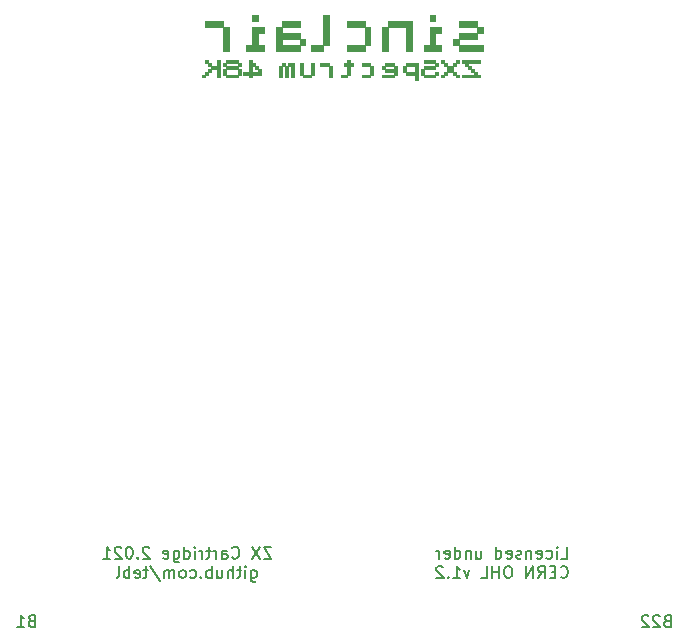
<source format=gbo>
%TF.GenerationSoftware,KiCad,Pcbnew,(5.1.8)-1*%
%TF.CreationDate,2021-04-11T23:00:19+02:00*%
%TF.ProjectId,ZX Cartridge 2021,5a582043-6172-4747-9269-646765203230,rev?*%
%TF.SameCoordinates,Original*%
%TF.FileFunction,Legend,Bot*%
%TF.FilePolarity,Positive*%
%FSLAX46Y46*%
G04 Gerber Fmt 4.6, Leading zero omitted, Abs format (unit mm)*
G04 Created by KiCad (PCBNEW (5.1.8)-1) date 2021-04-11 23:00:19*
%MOMM*%
%LPD*%
G01*
G04 APERTURE LIST*
%ADD10C,0.150000*%
%ADD11C,0.010000*%
G04 APERTURE END LIST*
D10*
X167814000Y-105672380D02*
X168290190Y-105672380D01*
X168290190Y-104672380D01*
X167480666Y-105672380D02*
X167480666Y-105005714D01*
X167480666Y-104672380D02*
X167528285Y-104720000D01*
X167480666Y-104767619D01*
X167433047Y-104720000D01*
X167480666Y-104672380D01*
X167480666Y-104767619D01*
X166575904Y-105624761D02*
X166671142Y-105672380D01*
X166861619Y-105672380D01*
X166956857Y-105624761D01*
X167004476Y-105577142D01*
X167052095Y-105481904D01*
X167052095Y-105196190D01*
X167004476Y-105100952D01*
X166956857Y-105053333D01*
X166861619Y-105005714D01*
X166671142Y-105005714D01*
X166575904Y-105053333D01*
X165766380Y-105624761D02*
X165861619Y-105672380D01*
X166052095Y-105672380D01*
X166147333Y-105624761D01*
X166194952Y-105529523D01*
X166194952Y-105148571D01*
X166147333Y-105053333D01*
X166052095Y-105005714D01*
X165861619Y-105005714D01*
X165766380Y-105053333D01*
X165718761Y-105148571D01*
X165718761Y-105243809D01*
X166194952Y-105339047D01*
X165290190Y-105005714D02*
X165290190Y-105672380D01*
X165290190Y-105100952D02*
X165242571Y-105053333D01*
X165147333Y-105005714D01*
X165004476Y-105005714D01*
X164909238Y-105053333D01*
X164861619Y-105148571D01*
X164861619Y-105672380D01*
X164433047Y-105624761D02*
X164337809Y-105672380D01*
X164147333Y-105672380D01*
X164052095Y-105624761D01*
X164004476Y-105529523D01*
X164004476Y-105481904D01*
X164052095Y-105386666D01*
X164147333Y-105339047D01*
X164290190Y-105339047D01*
X164385428Y-105291428D01*
X164433047Y-105196190D01*
X164433047Y-105148571D01*
X164385428Y-105053333D01*
X164290190Y-105005714D01*
X164147333Y-105005714D01*
X164052095Y-105053333D01*
X163194952Y-105624761D02*
X163290190Y-105672380D01*
X163480666Y-105672380D01*
X163575904Y-105624761D01*
X163623523Y-105529523D01*
X163623523Y-105148571D01*
X163575904Y-105053333D01*
X163480666Y-105005714D01*
X163290190Y-105005714D01*
X163194952Y-105053333D01*
X163147333Y-105148571D01*
X163147333Y-105243809D01*
X163623523Y-105339047D01*
X162290190Y-105672380D02*
X162290190Y-104672380D01*
X162290190Y-105624761D02*
X162385428Y-105672380D01*
X162575904Y-105672380D01*
X162671142Y-105624761D01*
X162718761Y-105577142D01*
X162766380Y-105481904D01*
X162766380Y-105196190D01*
X162718761Y-105100952D01*
X162671142Y-105053333D01*
X162575904Y-105005714D01*
X162385428Y-105005714D01*
X162290190Y-105053333D01*
X160623523Y-105005714D02*
X160623523Y-105672380D01*
X161052095Y-105005714D02*
X161052095Y-105529523D01*
X161004476Y-105624761D01*
X160909238Y-105672380D01*
X160766380Y-105672380D01*
X160671142Y-105624761D01*
X160623523Y-105577142D01*
X160147333Y-105005714D02*
X160147333Y-105672380D01*
X160147333Y-105100952D02*
X160099714Y-105053333D01*
X160004476Y-105005714D01*
X159861619Y-105005714D01*
X159766380Y-105053333D01*
X159718761Y-105148571D01*
X159718761Y-105672380D01*
X158814000Y-105672380D02*
X158814000Y-104672380D01*
X158814000Y-105624761D02*
X158909238Y-105672380D01*
X159099714Y-105672380D01*
X159194952Y-105624761D01*
X159242571Y-105577142D01*
X159290190Y-105481904D01*
X159290190Y-105196190D01*
X159242571Y-105100952D01*
X159194952Y-105053333D01*
X159099714Y-105005714D01*
X158909238Y-105005714D01*
X158814000Y-105053333D01*
X157956857Y-105624761D02*
X158052095Y-105672380D01*
X158242571Y-105672380D01*
X158337809Y-105624761D01*
X158385428Y-105529523D01*
X158385428Y-105148571D01*
X158337809Y-105053333D01*
X158242571Y-105005714D01*
X158052095Y-105005714D01*
X157956857Y-105053333D01*
X157909238Y-105148571D01*
X157909238Y-105243809D01*
X158385428Y-105339047D01*
X157480666Y-105672380D02*
X157480666Y-105005714D01*
X157480666Y-105196190D02*
X157433047Y-105100952D01*
X157385428Y-105053333D01*
X157290190Y-105005714D01*
X157194952Y-105005714D01*
X167766380Y-107227142D02*
X167814000Y-107274761D01*
X167956857Y-107322380D01*
X168052095Y-107322380D01*
X168194952Y-107274761D01*
X168290190Y-107179523D01*
X168337809Y-107084285D01*
X168385428Y-106893809D01*
X168385428Y-106750952D01*
X168337809Y-106560476D01*
X168290190Y-106465238D01*
X168194952Y-106370000D01*
X168052095Y-106322380D01*
X167956857Y-106322380D01*
X167814000Y-106370000D01*
X167766380Y-106417619D01*
X167337809Y-106798571D02*
X167004476Y-106798571D01*
X166861619Y-107322380D02*
X167337809Y-107322380D01*
X167337809Y-106322380D01*
X166861619Y-106322380D01*
X165861619Y-107322380D02*
X166194952Y-106846190D01*
X166433047Y-107322380D02*
X166433047Y-106322380D01*
X166052095Y-106322380D01*
X165956857Y-106370000D01*
X165909238Y-106417619D01*
X165861619Y-106512857D01*
X165861619Y-106655714D01*
X165909238Y-106750952D01*
X165956857Y-106798571D01*
X166052095Y-106846190D01*
X166433047Y-106846190D01*
X165433047Y-107322380D02*
X165433047Y-106322380D01*
X164861619Y-107322380D01*
X164861619Y-106322380D01*
X163433047Y-106322380D02*
X163242571Y-106322380D01*
X163147333Y-106370000D01*
X163052095Y-106465238D01*
X163004476Y-106655714D01*
X163004476Y-106989047D01*
X163052095Y-107179523D01*
X163147333Y-107274761D01*
X163242571Y-107322380D01*
X163433047Y-107322380D01*
X163528285Y-107274761D01*
X163623523Y-107179523D01*
X163671142Y-106989047D01*
X163671142Y-106655714D01*
X163623523Y-106465238D01*
X163528285Y-106370000D01*
X163433047Y-106322380D01*
X162575904Y-107322380D02*
X162575904Y-106322380D01*
X162575904Y-106798571D02*
X162004476Y-106798571D01*
X162004476Y-107322380D02*
X162004476Y-106322380D01*
X161052095Y-107322380D02*
X161528285Y-107322380D01*
X161528285Y-106322380D01*
X160052095Y-106655714D02*
X159814000Y-107322380D01*
X159575904Y-106655714D01*
X158671142Y-107322380D02*
X159242571Y-107322380D01*
X158956857Y-107322380D02*
X158956857Y-106322380D01*
X159052095Y-106465238D01*
X159147333Y-106560476D01*
X159242571Y-106608095D01*
X158242571Y-107227142D02*
X158194952Y-107274761D01*
X158242571Y-107322380D01*
X158290190Y-107274761D01*
X158242571Y-107227142D01*
X158242571Y-107322380D01*
X157814000Y-106417619D02*
X157766380Y-106370000D01*
X157671142Y-106322380D01*
X157433047Y-106322380D01*
X157337809Y-106370000D01*
X157290190Y-106417619D01*
X157242571Y-106512857D01*
X157242571Y-106608095D01*
X157290190Y-106750952D01*
X157861619Y-107322380D01*
X157242571Y-107322380D01*
X143286857Y-104672380D02*
X142620190Y-104672380D01*
X143286857Y-105672380D01*
X142620190Y-105672380D01*
X142334476Y-104672380D02*
X141667809Y-105672380D01*
X141667809Y-104672380D02*
X142334476Y-105672380D01*
X139953523Y-105577142D02*
X140001142Y-105624761D01*
X140144000Y-105672380D01*
X140239238Y-105672380D01*
X140382095Y-105624761D01*
X140477333Y-105529523D01*
X140524952Y-105434285D01*
X140572571Y-105243809D01*
X140572571Y-105100952D01*
X140524952Y-104910476D01*
X140477333Y-104815238D01*
X140382095Y-104720000D01*
X140239238Y-104672380D01*
X140144000Y-104672380D01*
X140001142Y-104720000D01*
X139953523Y-104767619D01*
X139096380Y-105672380D02*
X139096380Y-105148571D01*
X139144000Y-105053333D01*
X139239238Y-105005714D01*
X139429714Y-105005714D01*
X139524952Y-105053333D01*
X139096380Y-105624761D02*
X139191619Y-105672380D01*
X139429714Y-105672380D01*
X139524952Y-105624761D01*
X139572571Y-105529523D01*
X139572571Y-105434285D01*
X139524952Y-105339047D01*
X139429714Y-105291428D01*
X139191619Y-105291428D01*
X139096380Y-105243809D01*
X138620190Y-105672380D02*
X138620190Y-105005714D01*
X138620190Y-105196190D02*
X138572571Y-105100952D01*
X138524952Y-105053333D01*
X138429714Y-105005714D01*
X138334476Y-105005714D01*
X138144000Y-105005714D02*
X137763047Y-105005714D01*
X138001142Y-104672380D02*
X138001142Y-105529523D01*
X137953523Y-105624761D01*
X137858285Y-105672380D01*
X137763047Y-105672380D01*
X137429714Y-105672380D02*
X137429714Y-105005714D01*
X137429714Y-105196190D02*
X137382095Y-105100952D01*
X137334476Y-105053333D01*
X137239238Y-105005714D01*
X137144000Y-105005714D01*
X136810666Y-105672380D02*
X136810666Y-105005714D01*
X136810666Y-104672380D02*
X136858285Y-104720000D01*
X136810666Y-104767619D01*
X136763047Y-104720000D01*
X136810666Y-104672380D01*
X136810666Y-104767619D01*
X135905904Y-105672380D02*
X135905904Y-104672380D01*
X135905904Y-105624761D02*
X136001142Y-105672380D01*
X136191619Y-105672380D01*
X136286857Y-105624761D01*
X136334476Y-105577142D01*
X136382095Y-105481904D01*
X136382095Y-105196190D01*
X136334476Y-105100952D01*
X136286857Y-105053333D01*
X136191619Y-105005714D01*
X136001142Y-105005714D01*
X135905904Y-105053333D01*
X135001142Y-105005714D02*
X135001142Y-105815238D01*
X135048761Y-105910476D01*
X135096380Y-105958095D01*
X135191619Y-106005714D01*
X135334476Y-106005714D01*
X135429714Y-105958095D01*
X135001142Y-105624761D02*
X135096380Y-105672380D01*
X135286857Y-105672380D01*
X135382095Y-105624761D01*
X135429714Y-105577142D01*
X135477333Y-105481904D01*
X135477333Y-105196190D01*
X135429714Y-105100952D01*
X135382095Y-105053333D01*
X135286857Y-105005714D01*
X135096380Y-105005714D01*
X135001142Y-105053333D01*
X134144000Y-105624761D02*
X134239238Y-105672380D01*
X134429714Y-105672380D01*
X134524952Y-105624761D01*
X134572571Y-105529523D01*
X134572571Y-105148571D01*
X134524952Y-105053333D01*
X134429714Y-105005714D01*
X134239238Y-105005714D01*
X134144000Y-105053333D01*
X134096380Y-105148571D01*
X134096380Y-105243809D01*
X134572571Y-105339047D01*
X132953523Y-104767619D02*
X132905904Y-104720000D01*
X132810666Y-104672380D01*
X132572571Y-104672380D01*
X132477333Y-104720000D01*
X132429714Y-104767619D01*
X132382095Y-104862857D01*
X132382095Y-104958095D01*
X132429714Y-105100952D01*
X133001142Y-105672380D01*
X132382095Y-105672380D01*
X131953523Y-105577142D02*
X131905904Y-105624761D01*
X131953523Y-105672380D01*
X132001142Y-105624761D01*
X131953523Y-105577142D01*
X131953523Y-105672380D01*
X131286857Y-104672380D02*
X131191619Y-104672380D01*
X131096380Y-104720000D01*
X131048761Y-104767619D01*
X131001142Y-104862857D01*
X130953523Y-105053333D01*
X130953523Y-105291428D01*
X131001142Y-105481904D01*
X131048761Y-105577142D01*
X131096380Y-105624761D01*
X131191619Y-105672380D01*
X131286857Y-105672380D01*
X131382095Y-105624761D01*
X131429714Y-105577142D01*
X131477333Y-105481904D01*
X131524952Y-105291428D01*
X131524952Y-105053333D01*
X131477333Y-104862857D01*
X131429714Y-104767619D01*
X131382095Y-104720000D01*
X131286857Y-104672380D01*
X130572571Y-104767619D02*
X130524952Y-104720000D01*
X130429714Y-104672380D01*
X130191619Y-104672380D01*
X130096380Y-104720000D01*
X130048761Y-104767619D01*
X130001142Y-104862857D01*
X130001142Y-104958095D01*
X130048761Y-105100952D01*
X130620190Y-105672380D01*
X130001142Y-105672380D01*
X129048761Y-105672380D02*
X129620190Y-105672380D01*
X129334476Y-105672380D02*
X129334476Y-104672380D01*
X129429714Y-104815238D01*
X129524952Y-104910476D01*
X129620190Y-104958095D01*
X141548761Y-106655714D02*
X141548761Y-107465238D01*
X141596380Y-107560476D01*
X141644000Y-107608095D01*
X141739238Y-107655714D01*
X141882095Y-107655714D01*
X141977333Y-107608095D01*
X141548761Y-107274761D02*
X141644000Y-107322380D01*
X141834476Y-107322380D01*
X141929714Y-107274761D01*
X141977333Y-107227142D01*
X142024952Y-107131904D01*
X142024952Y-106846190D01*
X141977333Y-106750952D01*
X141929714Y-106703333D01*
X141834476Y-106655714D01*
X141644000Y-106655714D01*
X141548761Y-106703333D01*
X141072571Y-107322380D02*
X141072571Y-106655714D01*
X141072571Y-106322380D02*
X141120190Y-106370000D01*
X141072571Y-106417619D01*
X141024952Y-106370000D01*
X141072571Y-106322380D01*
X141072571Y-106417619D01*
X140739238Y-106655714D02*
X140358285Y-106655714D01*
X140596380Y-106322380D02*
X140596380Y-107179523D01*
X140548761Y-107274761D01*
X140453523Y-107322380D01*
X140358285Y-107322380D01*
X140024952Y-107322380D02*
X140024952Y-106322380D01*
X139596380Y-107322380D02*
X139596380Y-106798571D01*
X139644000Y-106703333D01*
X139739238Y-106655714D01*
X139882095Y-106655714D01*
X139977333Y-106703333D01*
X140024952Y-106750952D01*
X138691619Y-106655714D02*
X138691619Y-107322380D01*
X139120190Y-106655714D02*
X139120190Y-107179523D01*
X139072571Y-107274761D01*
X138977333Y-107322380D01*
X138834476Y-107322380D01*
X138739238Y-107274761D01*
X138691619Y-107227142D01*
X138215428Y-107322380D02*
X138215428Y-106322380D01*
X138215428Y-106703333D02*
X138120190Y-106655714D01*
X137929714Y-106655714D01*
X137834476Y-106703333D01*
X137786857Y-106750952D01*
X137739238Y-106846190D01*
X137739238Y-107131904D01*
X137786857Y-107227142D01*
X137834476Y-107274761D01*
X137929714Y-107322380D01*
X138120190Y-107322380D01*
X138215428Y-107274761D01*
X137310666Y-107227142D02*
X137263047Y-107274761D01*
X137310666Y-107322380D01*
X137358285Y-107274761D01*
X137310666Y-107227142D01*
X137310666Y-107322380D01*
X136405904Y-107274761D02*
X136501142Y-107322380D01*
X136691619Y-107322380D01*
X136786857Y-107274761D01*
X136834476Y-107227142D01*
X136882095Y-107131904D01*
X136882095Y-106846190D01*
X136834476Y-106750952D01*
X136786857Y-106703333D01*
X136691619Y-106655714D01*
X136501142Y-106655714D01*
X136405904Y-106703333D01*
X135834476Y-107322380D02*
X135929714Y-107274761D01*
X135977333Y-107227142D01*
X136024952Y-107131904D01*
X136024952Y-106846190D01*
X135977333Y-106750952D01*
X135929714Y-106703333D01*
X135834476Y-106655714D01*
X135691619Y-106655714D01*
X135596380Y-106703333D01*
X135548761Y-106750952D01*
X135501142Y-106846190D01*
X135501142Y-107131904D01*
X135548761Y-107227142D01*
X135596380Y-107274761D01*
X135691619Y-107322380D01*
X135834476Y-107322380D01*
X135072571Y-107322380D02*
X135072571Y-106655714D01*
X135072571Y-106750952D02*
X135024952Y-106703333D01*
X134929714Y-106655714D01*
X134786857Y-106655714D01*
X134691619Y-106703333D01*
X134644000Y-106798571D01*
X134644000Y-107322380D01*
X134644000Y-106798571D02*
X134596380Y-106703333D01*
X134501142Y-106655714D01*
X134358285Y-106655714D01*
X134263047Y-106703333D01*
X134215428Y-106798571D01*
X134215428Y-107322380D01*
X133024952Y-106274761D02*
X133882095Y-107560476D01*
X132834476Y-106655714D02*
X132453523Y-106655714D01*
X132691619Y-106322380D02*
X132691619Y-107179523D01*
X132644000Y-107274761D01*
X132548761Y-107322380D01*
X132453523Y-107322380D01*
X131739238Y-107274761D02*
X131834476Y-107322380D01*
X132024952Y-107322380D01*
X132120190Y-107274761D01*
X132167809Y-107179523D01*
X132167809Y-106798571D01*
X132120190Y-106703333D01*
X132024952Y-106655714D01*
X131834476Y-106655714D01*
X131739238Y-106703333D01*
X131691619Y-106798571D01*
X131691619Y-106893809D01*
X132167809Y-106989047D01*
X131263047Y-107322380D02*
X131263047Y-106322380D01*
X131263047Y-106703333D02*
X131167809Y-106655714D01*
X130977333Y-106655714D01*
X130882095Y-106703333D01*
X130834476Y-106750952D01*
X130786857Y-106846190D01*
X130786857Y-107131904D01*
X130834476Y-107227142D01*
X130882095Y-107274761D01*
X130977333Y-107322380D01*
X131167809Y-107322380D01*
X131263047Y-107274761D01*
X130215428Y-107322380D02*
X130310666Y-107274761D01*
X130358285Y-107179523D01*
X130358285Y-106322380D01*
D11*
%TO.C,sinclair_title*%
G36*
X157171000Y-59690000D02*
G01*
X156921000Y-59690000D01*
X156921000Y-59940000D01*
X157171000Y-59940000D01*
X157171000Y-59690000D01*
G37*
X157171000Y-59690000D02*
X156921000Y-59690000D01*
X156921000Y-59940000D01*
X157171000Y-59940000D01*
X157171000Y-59690000D01*
G36*
X156921000Y-59690000D02*
G01*
X156671000Y-59690000D01*
X156671000Y-59940000D01*
X156921000Y-59940000D01*
X156921000Y-59690000D01*
G37*
X156921000Y-59690000D02*
X156671000Y-59690000D01*
X156671000Y-59940000D01*
X156921000Y-59940000D01*
X156921000Y-59690000D01*
G36*
X148171000Y-59690000D02*
G01*
X147921000Y-59690000D01*
X147921000Y-59940000D01*
X148171000Y-59940000D01*
X148171000Y-59690000D01*
G37*
X148171000Y-59690000D02*
X147921000Y-59690000D01*
X147921000Y-59940000D01*
X148171000Y-59940000D01*
X148171000Y-59690000D01*
G36*
X147921000Y-59690000D02*
G01*
X147671000Y-59690000D01*
X147671000Y-59940000D01*
X147921000Y-59940000D01*
X147921000Y-59690000D01*
G37*
X147921000Y-59690000D02*
X147671000Y-59690000D01*
X147671000Y-59940000D01*
X147921000Y-59940000D01*
X147921000Y-59690000D01*
G36*
X142171000Y-59690000D02*
G01*
X141921000Y-59690000D01*
X141921000Y-59940000D01*
X142171000Y-59940000D01*
X142171000Y-59690000D01*
G37*
X142171000Y-59690000D02*
X141921000Y-59690000D01*
X141921000Y-59940000D01*
X142171000Y-59940000D01*
X142171000Y-59690000D01*
G36*
X141921000Y-59690000D02*
G01*
X141671000Y-59690000D01*
X141671000Y-59940000D01*
X141921000Y-59940000D01*
X141921000Y-59690000D01*
G37*
X141921000Y-59690000D02*
X141671000Y-59690000D01*
X141671000Y-59940000D01*
X141921000Y-59940000D01*
X141921000Y-59690000D01*
G36*
X157171000Y-59940000D02*
G01*
X156921000Y-59940000D01*
X156921000Y-60190000D01*
X157171000Y-60190000D01*
X157171000Y-59940000D01*
G37*
X157171000Y-59940000D02*
X156921000Y-59940000D01*
X156921000Y-60190000D01*
X157171000Y-60190000D01*
X157171000Y-59940000D01*
G36*
X156921000Y-59940000D02*
G01*
X156671000Y-59940000D01*
X156671000Y-60190000D01*
X156921000Y-60190000D01*
X156921000Y-59940000D01*
G37*
X156921000Y-59940000D02*
X156671000Y-59940000D01*
X156671000Y-60190000D01*
X156921000Y-60190000D01*
X156921000Y-59940000D01*
G36*
X148171000Y-59940000D02*
G01*
X147921000Y-59940000D01*
X147921000Y-60190000D01*
X148171000Y-60190000D01*
X148171000Y-59940000D01*
G37*
X148171000Y-59940000D02*
X147921000Y-59940000D01*
X147921000Y-60190000D01*
X148171000Y-60190000D01*
X148171000Y-59940000D01*
G36*
X147921000Y-59940000D02*
G01*
X147671000Y-59940000D01*
X147671000Y-60190000D01*
X147921000Y-60190000D01*
X147921000Y-59940000D01*
G37*
X147921000Y-59940000D02*
X147671000Y-59940000D01*
X147671000Y-60190000D01*
X147921000Y-60190000D01*
X147921000Y-59940000D01*
G36*
X142171000Y-59940000D02*
G01*
X141921000Y-59940000D01*
X141921000Y-60190000D01*
X142171000Y-60190000D01*
X142171000Y-59940000D01*
G37*
X142171000Y-59940000D02*
X141921000Y-59940000D01*
X141921000Y-60190000D01*
X142171000Y-60190000D01*
X142171000Y-59940000D01*
G36*
X141921000Y-59940000D02*
G01*
X141671000Y-59940000D01*
X141671000Y-60190000D01*
X141921000Y-60190000D01*
X141921000Y-59940000D01*
G37*
X141921000Y-59940000D02*
X141671000Y-59940000D01*
X141671000Y-60190000D01*
X141921000Y-60190000D01*
X141921000Y-59940000D01*
G36*
X160671000Y-60190000D02*
G01*
X160421000Y-60190000D01*
X160421000Y-60440000D01*
X160671000Y-60440000D01*
X160671000Y-60190000D01*
G37*
X160671000Y-60190000D02*
X160421000Y-60190000D01*
X160421000Y-60440000D01*
X160671000Y-60440000D01*
X160671000Y-60190000D01*
G36*
X160421000Y-60190000D02*
G01*
X160171000Y-60190000D01*
X160171000Y-60440000D01*
X160421000Y-60440000D01*
X160421000Y-60190000D01*
G37*
X160421000Y-60190000D02*
X160171000Y-60190000D01*
X160171000Y-60440000D01*
X160421000Y-60440000D01*
X160421000Y-60190000D01*
G36*
X160171000Y-60190000D02*
G01*
X159921000Y-60190000D01*
X159921000Y-60440000D01*
X160171000Y-60440000D01*
X160171000Y-60190000D01*
G37*
X160171000Y-60190000D02*
X159921000Y-60190000D01*
X159921000Y-60440000D01*
X160171000Y-60440000D01*
X160171000Y-60190000D01*
G36*
X159921000Y-60190000D02*
G01*
X159671000Y-60190000D01*
X159671000Y-60440000D01*
X159921000Y-60440000D01*
X159921000Y-60190000D01*
G37*
X159921000Y-60190000D02*
X159671000Y-60190000D01*
X159671000Y-60440000D01*
X159921000Y-60440000D01*
X159921000Y-60190000D01*
G36*
X159671000Y-60190000D02*
G01*
X159421000Y-60190000D01*
X159421000Y-60440000D01*
X159671000Y-60440000D01*
X159671000Y-60190000D01*
G37*
X159671000Y-60190000D02*
X159421000Y-60190000D01*
X159421000Y-60440000D01*
X159671000Y-60440000D01*
X159671000Y-60190000D01*
G36*
X159421000Y-60190000D02*
G01*
X159171000Y-60190000D01*
X159171000Y-60440000D01*
X159421000Y-60440000D01*
X159421000Y-60190000D01*
G37*
X159421000Y-60190000D02*
X159171000Y-60190000D01*
X159171000Y-60440000D01*
X159421000Y-60440000D01*
X159421000Y-60190000D01*
G36*
X155171000Y-60190000D02*
G01*
X154921000Y-60190000D01*
X154921000Y-60440000D01*
X155171000Y-60440000D01*
X155171000Y-60190000D01*
G37*
X155171000Y-60190000D02*
X154921000Y-60190000D01*
X154921000Y-60440000D01*
X155171000Y-60440000D01*
X155171000Y-60190000D01*
G36*
X154921000Y-60190000D02*
G01*
X154671000Y-60190000D01*
X154671000Y-60440000D01*
X154921000Y-60440000D01*
X154921000Y-60190000D01*
G37*
X154921000Y-60190000D02*
X154671000Y-60190000D01*
X154671000Y-60440000D01*
X154921000Y-60440000D01*
X154921000Y-60190000D01*
G36*
X154671000Y-60190000D02*
G01*
X154421000Y-60190000D01*
X154421000Y-60440000D01*
X154671000Y-60440000D01*
X154671000Y-60190000D01*
G37*
X154671000Y-60190000D02*
X154421000Y-60190000D01*
X154421000Y-60440000D01*
X154671000Y-60440000D01*
X154671000Y-60190000D01*
G36*
X154421000Y-60190000D02*
G01*
X154171000Y-60190000D01*
X154171000Y-60440000D01*
X154421000Y-60440000D01*
X154421000Y-60190000D01*
G37*
X154421000Y-60190000D02*
X154171000Y-60190000D01*
X154171000Y-60440000D01*
X154421000Y-60440000D01*
X154421000Y-60190000D01*
G36*
X154171000Y-60190000D02*
G01*
X153921000Y-60190000D01*
X153921000Y-60440000D01*
X154171000Y-60440000D01*
X154171000Y-60190000D01*
G37*
X154171000Y-60190000D02*
X153921000Y-60190000D01*
X153921000Y-60440000D01*
X154171000Y-60440000D01*
X154171000Y-60190000D01*
G36*
X153921000Y-60190000D02*
G01*
X153671000Y-60190000D01*
X153671000Y-60440000D01*
X153921000Y-60440000D01*
X153921000Y-60190000D01*
G37*
X153921000Y-60190000D02*
X153671000Y-60190000D01*
X153671000Y-60440000D01*
X153921000Y-60440000D01*
X153921000Y-60190000D01*
G36*
X153671000Y-60190000D02*
G01*
X153421000Y-60190000D01*
X153421000Y-60440000D01*
X153671000Y-60440000D01*
X153671000Y-60190000D01*
G37*
X153671000Y-60190000D02*
X153421000Y-60190000D01*
X153421000Y-60440000D01*
X153671000Y-60440000D01*
X153671000Y-60190000D01*
G36*
X153421000Y-60190000D02*
G01*
X153171000Y-60190000D01*
X153171000Y-60440000D01*
X153421000Y-60440000D01*
X153421000Y-60190000D01*
G37*
X153421000Y-60190000D02*
X153171000Y-60190000D01*
X153171000Y-60440000D01*
X153421000Y-60440000D01*
X153421000Y-60190000D01*
G36*
X151171000Y-60190000D02*
G01*
X150921000Y-60190000D01*
X150921000Y-60440000D01*
X151171000Y-60440000D01*
X151171000Y-60190000D01*
G37*
X151171000Y-60190000D02*
X150921000Y-60190000D01*
X150921000Y-60440000D01*
X151171000Y-60440000D01*
X151171000Y-60190000D01*
G36*
X150921000Y-60190000D02*
G01*
X150671000Y-60190000D01*
X150671000Y-60440000D01*
X150921000Y-60440000D01*
X150921000Y-60190000D01*
G37*
X150921000Y-60190000D02*
X150671000Y-60190000D01*
X150671000Y-60440000D01*
X150921000Y-60440000D01*
X150921000Y-60190000D01*
G36*
X150671000Y-60190000D02*
G01*
X150421000Y-60190000D01*
X150421000Y-60440000D01*
X150671000Y-60440000D01*
X150671000Y-60190000D01*
G37*
X150671000Y-60190000D02*
X150421000Y-60190000D01*
X150421000Y-60440000D01*
X150671000Y-60440000D01*
X150671000Y-60190000D01*
G36*
X150421000Y-60190000D02*
G01*
X150171000Y-60190000D01*
X150171000Y-60440000D01*
X150421000Y-60440000D01*
X150421000Y-60190000D01*
G37*
X150421000Y-60190000D02*
X150171000Y-60190000D01*
X150171000Y-60440000D01*
X150421000Y-60440000D01*
X150421000Y-60190000D01*
G36*
X150171000Y-60190000D02*
G01*
X149921000Y-60190000D01*
X149921000Y-60440000D01*
X150171000Y-60440000D01*
X150171000Y-60190000D01*
G37*
X150171000Y-60190000D02*
X149921000Y-60190000D01*
X149921000Y-60440000D01*
X150171000Y-60440000D01*
X150171000Y-60190000D01*
G36*
X149921000Y-60190000D02*
G01*
X149671000Y-60190000D01*
X149671000Y-60440000D01*
X149921000Y-60440000D01*
X149921000Y-60190000D01*
G37*
X149921000Y-60190000D02*
X149671000Y-60190000D01*
X149671000Y-60440000D01*
X149921000Y-60440000D01*
X149921000Y-60190000D01*
G36*
X148171000Y-60190000D02*
G01*
X147921000Y-60190000D01*
X147921000Y-60440000D01*
X148171000Y-60440000D01*
X148171000Y-60190000D01*
G37*
X148171000Y-60190000D02*
X147921000Y-60190000D01*
X147921000Y-60440000D01*
X148171000Y-60440000D01*
X148171000Y-60190000D01*
G36*
X147921000Y-60190000D02*
G01*
X147671000Y-60190000D01*
X147671000Y-60440000D01*
X147921000Y-60440000D01*
X147921000Y-60190000D01*
G37*
X147921000Y-60190000D02*
X147671000Y-60190000D01*
X147671000Y-60440000D01*
X147921000Y-60440000D01*
X147921000Y-60190000D01*
G36*
X145671000Y-60190000D02*
G01*
X145421000Y-60190000D01*
X145421000Y-60440000D01*
X145671000Y-60440000D01*
X145671000Y-60190000D01*
G37*
X145671000Y-60190000D02*
X145421000Y-60190000D01*
X145421000Y-60440000D01*
X145671000Y-60440000D01*
X145671000Y-60190000D01*
G36*
X145421000Y-60190000D02*
G01*
X145171000Y-60190000D01*
X145171000Y-60440000D01*
X145421000Y-60440000D01*
X145421000Y-60190000D01*
G37*
X145421000Y-60190000D02*
X145171000Y-60190000D01*
X145171000Y-60440000D01*
X145421000Y-60440000D01*
X145421000Y-60190000D01*
G36*
X145171000Y-60190000D02*
G01*
X144921000Y-60190000D01*
X144921000Y-60440000D01*
X145171000Y-60440000D01*
X145171000Y-60190000D01*
G37*
X145171000Y-60190000D02*
X144921000Y-60190000D01*
X144921000Y-60440000D01*
X145171000Y-60440000D01*
X145171000Y-60190000D01*
G36*
X144921000Y-60190000D02*
G01*
X144671000Y-60190000D01*
X144671000Y-60440000D01*
X144921000Y-60440000D01*
X144921000Y-60190000D01*
G37*
X144921000Y-60190000D02*
X144671000Y-60190000D01*
X144671000Y-60440000D01*
X144921000Y-60440000D01*
X144921000Y-60190000D01*
G36*
X144671000Y-60190000D02*
G01*
X144421000Y-60190000D01*
X144421000Y-60440000D01*
X144671000Y-60440000D01*
X144671000Y-60190000D01*
G37*
X144671000Y-60190000D02*
X144421000Y-60190000D01*
X144421000Y-60440000D01*
X144671000Y-60440000D01*
X144671000Y-60190000D01*
G36*
X144421000Y-60190000D02*
G01*
X144171000Y-60190000D01*
X144171000Y-60440000D01*
X144421000Y-60440000D01*
X144421000Y-60190000D01*
G37*
X144421000Y-60190000D02*
X144171000Y-60190000D01*
X144171000Y-60440000D01*
X144421000Y-60440000D01*
X144421000Y-60190000D01*
G36*
X139171000Y-60190000D02*
G01*
X138921000Y-60190000D01*
X138921000Y-60440000D01*
X139171000Y-60440000D01*
X139171000Y-60190000D01*
G37*
X139171000Y-60190000D02*
X138921000Y-60190000D01*
X138921000Y-60440000D01*
X139171000Y-60440000D01*
X139171000Y-60190000D01*
G36*
X138921000Y-60190000D02*
G01*
X138671000Y-60190000D01*
X138671000Y-60440000D01*
X138921000Y-60440000D01*
X138921000Y-60190000D01*
G37*
X138921000Y-60190000D02*
X138671000Y-60190000D01*
X138671000Y-60440000D01*
X138921000Y-60440000D01*
X138921000Y-60190000D01*
G36*
X138671000Y-60190000D02*
G01*
X138421000Y-60190000D01*
X138421000Y-60440000D01*
X138671000Y-60440000D01*
X138671000Y-60190000D01*
G37*
X138671000Y-60190000D02*
X138421000Y-60190000D01*
X138421000Y-60440000D01*
X138671000Y-60440000D01*
X138671000Y-60190000D01*
G36*
X138421000Y-60190000D02*
G01*
X138171000Y-60190000D01*
X138171000Y-60440000D01*
X138421000Y-60440000D01*
X138421000Y-60190000D01*
G37*
X138421000Y-60190000D02*
X138171000Y-60190000D01*
X138171000Y-60440000D01*
X138421000Y-60440000D01*
X138421000Y-60190000D01*
G36*
X138171000Y-60190000D02*
G01*
X137921000Y-60190000D01*
X137921000Y-60440000D01*
X138171000Y-60440000D01*
X138171000Y-60190000D01*
G37*
X138171000Y-60190000D02*
X137921000Y-60190000D01*
X137921000Y-60440000D01*
X138171000Y-60440000D01*
X138171000Y-60190000D01*
G36*
X137921000Y-60190000D02*
G01*
X137671000Y-60190000D01*
X137671000Y-60440000D01*
X137921000Y-60440000D01*
X137921000Y-60190000D01*
G37*
X137921000Y-60190000D02*
X137671000Y-60190000D01*
X137671000Y-60440000D01*
X137921000Y-60440000D01*
X137921000Y-60190000D01*
G36*
X160671000Y-60440000D02*
G01*
X160421000Y-60440000D01*
X160421000Y-60690000D01*
X160671000Y-60690000D01*
X160671000Y-60440000D01*
G37*
X160671000Y-60440000D02*
X160421000Y-60440000D01*
X160421000Y-60690000D01*
X160671000Y-60690000D01*
X160671000Y-60440000D01*
G36*
X160421000Y-60440000D02*
G01*
X160171000Y-60440000D01*
X160171000Y-60690000D01*
X160421000Y-60690000D01*
X160421000Y-60440000D01*
G37*
X160421000Y-60440000D02*
X160171000Y-60440000D01*
X160171000Y-60690000D01*
X160421000Y-60690000D01*
X160421000Y-60440000D01*
G36*
X160171000Y-60440000D02*
G01*
X159921000Y-60440000D01*
X159921000Y-60690000D01*
X160171000Y-60690000D01*
X160171000Y-60440000D01*
G37*
X160171000Y-60440000D02*
X159921000Y-60440000D01*
X159921000Y-60690000D01*
X160171000Y-60690000D01*
X160171000Y-60440000D01*
G36*
X159921000Y-60440000D02*
G01*
X159671000Y-60440000D01*
X159671000Y-60690000D01*
X159921000Y-60690000D01*
X159921000Y-60440000D01*
G37*
X159921000Y-60440000D02*
X159671000Y-60440000D01*
X159671000Y-60690000D01*
X159921000Y-60690000D01*
X159921000Y-60440000D01*
G36*
X159671000Y-60440000D02*
G01*
X159421000Y-60440000D01*
X159421000Y-60690000D01*
X159671000Y-60690000D01*
X159671000Y-60440000D01*
G37*
X159671000Y-60440000D02*
X159421000Y-60440000D01*
X159421000Y-60690000D01*
X159671000Y-60690000D01*
X159671000Y-60440000D01*
G36*
X159421000Y-60440000D02*
G01*
X159171000Y-60440000D01*
X159171000Y-60690000D01*
X159421000Y-60690000D01*
X159421000Y-60440000D01*
G37*
X159421000Y-60440000D02*
X159171000Y-60440000D01*
X159171000Y-60690000D01*
X159421000Y-60690000D01*
X159421000Y-60440000D01*
G36*
X155171000Y-60440000D02*
G01*
X154921000Y-60440000D01*
X154921000Y-60690000D01*
X155171000Y-60690000D01*
X155171000Y-60440000D01*
G37*
X155171000Y-60440000D02*
X154921000Y-60440000D01*
X154921000Y-60690000D01*
X155171000Y-60690000D01*
X155171000Y-60440000D01*
G36*
X154921000Y-60440000D02*
G01*
X154671000Y-60440000D01*
X154671000Y-60690000D01*
X154921000Y-60690000D01*
X154921000Y-60440000D01*
G37*
X154921000Y-60440000D02*
X154671000Y-60440000D01*
X154671000Y-60690000D01*
X154921000Y-60690000D01*
X154921000Y-60440000D01*
G36*
X154671000Y-60440000D02*
G01*
X154421000Y-60440000D01*
X154421000Y-60690000D01*
X154671000Y-60690000D01*
X154671000Y-60440000D01*
G37*
X154671000Y-60440000D02*
X154421000Y-60440000D01*
X154421000Y-60690000D01*
X154671000Y-60690000D01*
X154671000Y-60440000D01*
G36*
X154421000Y-60440000D02*
G01*
X154171000Y-60440000D01*
X154171000Y-60690000D01*
X154421000Y-60690000D01*
X154421000Y-60440000D01*
G37*
X154421000Y-60440000D02*
X154171000Y-60440000D01*
X154171000Y-60690000D01*
X154421000Y-60690000D01*
X154421000Y-60440000D01*
G36*
X154171000Y-60440000D02*
G01*
X153921000Y-60440000D01*
X153921000Y-60690000D01*
X154171000Y-60690000D01*
X154171000Y-60440000D01*
G37*
X154171000Y-60440000D02*
X153921000Y-60440000D01*
X153921000Y-60690000D01*
X154171000Y-60690000D01*
X154171000Y-60440000D01*
G36*
X153921000Y-60440000D02*
G01*
X153671000Y-60440000D01*
X153671000Y-60690000D01*
X153921000Y-60690000D01*
X153921000Y-60440000D01*
G37*
X153921000Y-60440000D02*
X153671000Y-60440000D01*
X153671000Y-60690000D01*
X153921000Y-60690000D01*
X153921000Y-60440000D01*
G36*
X153671000Y-60440000D02*
G01*
X153421000Y-60440000D01*
X153421000Y-60690000D01*
X153671000Y-60690000D01*
X153671000Y-60440000D01*
G37*
X153671000Y-60440000D02*
X153421000Y-60440000D01*
X153421000Y-60690000D01*
X153671000Y-60690000D01*
X153671000Y-60440000D01*
G36*
X153421000Y-60440000D02*
G01*
X153171000Y-60440000D01*
X153171000Y-60690000D01*
X153421000Y-60690000D01*
X153421000Y-60440000D01*
G37*
X153421000Y-60440000D02*
X153171000Y-60440000D01*
X153171000Y-60690000D01*
X153421000Y-60690000D01*
X153421000Y-60440000D01*
G36*
X151171000Y-60440000D02*
G01*
X150921000Y-60440000D01*
X150921000Y-60690000D01*
X151171000Y-60690000D01*
X151171000Y-60440000D01*
G37*
X151171000Y-60440000D02*
X150921000Y-60440000D01*
X150921000Y-60690000D01*
X151171000Y-60690000D01*
X151171000Y-60440000D01*
G36*
X150921000Y-60440000D02*
G01*
X150671000Y-60440000D01*
X150671000Y-60690000D01*
X150921000Y-60690000D01*
X150921000Y-60440000D01*
G37*
X150921000Y-60440000D02*
X150671000Y-60440000D01*
X150671000Y-60690000D01*
X150921000Y-60690000D01*
X150921000Y-60440000D01*
G36*
X150671000Y-60440000D02*
G01*
X150421000Y-60440000D01*
X150421000Y-60690000D01*
X150671000Y-60690000D01*
X150671000Y-60440000D01*
G37*
X150671000Y-60440000D02*
X150421000Y-60440000D01*
X150421000Y-60690000D01*
X150671000Y-60690000D01*
X150671000Y-60440000D01*
G36*
X150421000Y-60440000D02*
G01*
X150171000Y-60440000D01*
X150171000Y-60690000D01*
X150421000Y-60690000D01*
X150421000Y-60440000D01*
G37*
X150421000Y-60440000D02*
X150171000Y-60440000D01*
X150171000Y-60690000D01*
X150421000Y-60690000D01*
X150421000Y-60440000D01*
G36*
X150171000Y-60440000D02*
G01*
X149921000Y-60440000D01*
X149921000Y-60690000D01*
X150171000Y-60690000D01*
X150171000Y-60440000D01*
G37*
X150171000Y-60440000D02*
X149921000Y-60440000D01*
X149921000Y-60690000D01*
X150171000Y-60690000D01*
X150171000Y-60440000D01*
G36*
X149921000Y-60440000D02*
G01*
X149671000Y-60440000D01*
X149671000Y-60690000D01*
X149921000Y-60690000D01*
X149921000Y-60440000D01*
G37*
X149921000Y-60440000D02*
X149671000Y-60440000D01*
X149671000Y-60690000D01*
X149921000Y-60690000D01*
X149921000Y-60440000D01*
G36*
X148171000Y-60440000D02*
G01*
X147921000Y-60440000D01*
X147921000Y-60690000D01*
X148171000Y-60690000D01*
X148171000Y-60440000D01*
G37*
X148171000Y-60440000D02*
X147921000Y-60440000D01*
X147921000Y-60690000D01*
X148171000Y-60690000D01*
X148171000Y-60440000D01*
G36*
X147921000Y-60440000D02*
G01*
X147671000Y-60440000D01*
X147671000Y-60690000D01*
X147921000Y-60690000D01*
X147921000Y-60440000D01*
G37*
X147921000Y-60440000D02*
X147671000Y-60440000D01*
X147671000Y-60690000D01*
X147921000Y-60690000D01*
X147921000Y-60440000D01*
G36*
X145671000Y-60440000D02*
G01*
X145421000Y-60440000D01*
X145421000Y-60690000D01*
X145671000Y-60690000D01*
X145671000Y-60440000D01*
G37*
X145671000Y-60440000D02*
X145421000Y-60440000D01*
X145421000Y-60690000D01*
X145671000Y-60690000D01*
X145671000Y-60440000D01*
G36*
X145421000Y-60440000D02*
G01*
X145171000Y-60440000D01*
X145171000Y-60690000D01*
X145421000Y-60690000D01*
X145421000Y-60440000D01*
G37*
X145421000Y-60440000D02*
X145171000Y-60440000D01*
X145171000Y-60690000D01*
X145421000Y-60690000D01*
X145421000Y-60440000D01*
G36*
X145171000Y-60440000D02*
G01*
X144921000Y-60440000D01*
X144921000Y-60690000D01*
X145171000Y-60690000D01*
X145171000Y-60440000D01*
G37*
X145171000Y-60440000D02*
X144921000Y-60440000D01*
X144921000Y-60690000D01*
X145171000Y-60690000D01*
X145171000Y-60440000D01*
G36*
X144921000Y-60440000D02*
G01*
X144671000Y-60440000D01*
X144671000Y-60690000D01*
X144921000Y-60690000D01*
X144921000Y-60440000D01*
G37*
X144921000Y-60440000D02*
X144671000Y-60440000D01*
X144671000Y-60690000D01*
X144921000Y-60690000D01*
X144921000Y-60440000D01*
G36*
X144671000Y-60440000D02*
G01*
X144421000Y-60440000D01*
X144421000Y-60690000D01*
X144671000Y-60690000D01*
X144671000Y-60440000D01*
G37*
X144671000Y-60440000D02*
X144421000Y-60440000D01*
X144421000Y-60690000D01*
X144671000Y-60690000D01*
X144671000Y-60440000D01*
G36*
X144421000Y-60440000D02*
G01*
X144171000Y-60440000D01*
X144171000Y-60690000D01*
X144421000Y-60690000D01*
X144421000Y-60440000D01*
G37*
X144421000Y-60440000D02*
X144171000Y-60440000D01*
X144171000Y-60690000D01*
X144421000Y-60690000D01*
X144421000Y-60440000D01*
G36*
X139171000Y-60440000D02*
G01*
X138921000Y-60440000D01*
X138921000Y-60690000D01*
X139171000Y-60690000D01*
X139171000Y-60440000D01*
G37*
X139171000Y-60440000D02*
X138921000Y-60440000D01*
X138921000Y-60690000D01*
X139171000Y-60690000D01*
X139171000Y-60440000D01*
G36*
X138921000Y-60440000D02*
G01*
X138671000Y-60440000D01*
X138671000Y-60690000D01*
X138921000Y-60690000D01*
X138921000Y-60440000D01*
G37*
X138921000Y-60440000D02*
X138671000Y-60440000D01*
X138671000Y-60690000D01*
X138921000Y-60690000D01*
X138921000Y-60440000D01*
G36*
X138671000Y-60440000D02*
G01*
X138421000Y-60440000D01*
X138421000Y-60690000D01*
X138671000Y-60690000D01*
X138671000Y-60440000D01*
G37*
X138671000Y-60440000D02*
X138421000Y-60440000D01*
X138421000Y-60690000D01*
X138671000Y-60690000D01*
X138671000Y-60440000D01*
G36*
X138421000Y-60440000D02*
G01*
X138171000Y-60440000D01*
X138171000Y-60690000D01*
X138421000Y-60690000D01*
X138421000Y-60440000D01*
G37*
X138421000Y-60440000D02*
X138171000Y-60440000D01*
X138171000Y-60690000D01*
X138421000Y-60690000D01*
X138421000Y-60440000D01*
G36*
X138171000Y-60440000D02*
G01*
X137921000Y-60440000D01*
X137921000Y-60690000D01*
X138171000Y-60690000D01*
X138171000Y-60440000D01*
G37*
X138171000Y-60440000D02*
X137921000Y-60440000D01*
X137921000Y-60690000D01*
X138171000Y-60690000D01*
X138171000Y-60440000D01*
G36*
X137921000Y-60440000D02*
G01*
X137671000Y-60440000D01*
X137671000Y-60690000D01*
X137921000Y-60690000D01*
X137921000Y-60440000D01*
G37*
X137921000Y-60440000D02*
X137671000Y-60440000D01*
X137671000Y-60690000D01*
X137921000Y-60690000D01*
X137921000Y-60440000D01*
G36*
X161171000Y-60690000D02*
G01*
X160921000Y-60690000D01*
X160921000Y-60940000D01*
X161171000Y-60940000D01*
X161171000Y-60690000D01*
G37*
X161171000Y-60690000D02*
X160921000Y-60690000D01*
X160921000Y-60940000D01*
X161171000Y-60940000D01*
X161171000Y-60690000D01*
G36*
X160921000Y-60690000D02*
G01*
X160671000Y-60690000D01*
X160671000Y-60940000D01*
X160921000Y-60940000D01*
X160921000Y-60690000D01*
G37*
X160921000Y-60690000D02*
X160671000Y-60690000D01*
X160671000Y-60940000D01*
X160921000Y-60940000D01*
X160921000Y-60690000D01*
G36*
X157671000Y-60690000D02*
G01*
X157421000Y-60690000D01*
X157421000Y-60940000D01*
X157671000Y-60940000D01*
X157671000Y-60690000D01*
G37*
X157671000Y-60690000D02*
X157421000Y-60690000D01*
X157421000Y-60940000D01*
X157671000Y-60940000D01*
X157671000Y-60690000D01*
G36*
X157421000Y-60690000D02*
G01*
X157171000Y-60690000D01*
X157171000Y-60940000D01*
X157421000Y-60940000D01*
X157421000Y-60690000D01*
G37*
X157421000Y-60690000D02*
X157171000Y-60690000D01*
X157171000Y-60940000D01*
X157421000Y-60940000D01*
X157421000Y-60690000D01*
G36*
X157171000Y-60690000D02*
G01*
X156921000Y-60690000D01*
X156921000Y-60940000D01*
X157171000Y-60940000D01*
X157171000Y-60690000D01*
G37*
X157171000Y-60690000D02*
X156921000Y-60690000D01*
X156921000Y-60940000D01*
X157171000Y-60940000D01*
X157171000Y-60690000D01*
G36*
X156921000Y-60690000D02*
G01*
X156671000Y-60690000D01*
X156671000Y-60940000D01*
X156921000Y-60940000D01*
X156921000Y-60690000D01*
G37*
X156921000Y-60690000D02*
X156671000Y-60690000D01*
X156671000Y-60940000D01*
X156921000Y-60940000D01*
X156921000Y-60690000D01*
G36*
X155171000Y-60690000D02*
G01*
X154921000Y-60690000D01*
X154921000Y-60940000D01*
X155171000Y-60940000D01*
X155171000Y-60690000D01*
G37*
X155171000Y-60690000D02*
X154921000Y-60690000D01*
X154921000Y-60940000D01*
X155171000Y-60940000D01*
X155171000Y-60690000D01*
G36*
X154921000Y-60690000D02*
G01*
X154671000Y-60690000D01*
X154671000Y-60940000D01*
X154921000Y-60940000D01*
X154921000Y-60690000D01*
G37*
X154921000Y-60690000D02*
X154671000Y-60690000D01*
X154671000Y-60940000D01*
X154921000Y-60940000D01*
X154921000Y-60690000D01*
G36*
X153171000Y-60690000D02*
G01*
X152921000Y-60690000D01*
X152921000Y-60940000D01*
X153171000Y-60940000D01*
X153171000Y-60690000D01*
G37*
X153171000Y-60690000D02*
X152921000Y-60690000D01*
X152921000Y-60940000D01*
X153171000Y-60940000D01*
X153171000Y-60690000D01*
G36*
X152921000Y-60690000D02*
G01*
X152671000Y-60690000D01*
X152671000Y-60940000D01*
X152921000Y-60940000D01*
X152921000Y-60690000D01*
G37*
X152921000Y-60690000D02*
X152671000Y-60690000D01*
X152671000Y-60940000D01*
X152921000Y-60940000D01*
X152921000Y-60690000D01*
G36*
X151671000Y-60690000D02*
G01*
X151421000Y-60690000D01*
X151421000Y-60940000D01*
X151671000Y-60940000D01*
X151671000Y-60690000D01*
G37*
X151671000Y-60690000D02*
X151421000Y-60690000D01*
X151421000Y-60940000D01*
X151671000Y-60940000D01*
X151671000Y-60690000D01*
G36*
X151421000Y-60690000D02*
G01*
X151171000Y-60690000D01*
X151171000Y-60940000D01*
X151421000Y-60940000D01*
X151421000Y-60690000D01*
G37*
X151421000Y-60690000D02*
X151171000Y-60690000D01*
X151171000Y-60940000D01*
X151421000Y-60940000D01*
X151421000Y-60690000D01*
G36*
X148171000Y-60690000D02*
G01*
X147921000Y-60690000D01*
X147921000Y-60940000D01*
X148171000Y-60940000D01*
X148171000Y-60690000D01*
G37*
X148171000Y-60690000D02*
X147921000Y-60690000D01*
X147921000Y-60940000D01*
X148171000Y-60940000D01*
X148171000Y-60690000D01*
G36*
X147921000Y-60690000D02*
G01*
X147671000Y-60690000D01*
X147671000Y-60940000D01*
X147921000Y-60940000D01*
X147921000Y-60690000D01*
G37*
X147921000Y-60690000D02*
X147671000Y-60690000D01*
X147671000Y-60940000D01*
X147921000Y-60940000D01*
X147921000Y-60690000D01*
G36*
X144171000Y-60690000D02*
G01*
X143921000Y-60690000D01*
X143921000Y-60940000D01*
X144171000Y-60940000D01*
X144171000Y-60690000D01*
G37*
X144171000Y-60690000D02*
X143921000Y-60690000D01*
X143921000Y-60940000D01*
X144171000Y-60940000D01*
X144171000Y-60690000D01*
G36*
X143921000Y-60690000D02*
G01*
X143671000Y-60690000D01*
X143671000Y-60940000D01*
X143921000Y-60940000D01*
X143921000Y-60690000D01*
G37*
X143921000Y-60690000D02*
X143671000Y-60690000D01*
X143671000Y-60940000D01*
X143921000Y-60940000D01*
X143921000Y-60690000D01*
G36*
X142671000Y-60690000D02*
G01*
X142421000Y-60690000D01*
X142421000Y-60940000D01*
X142671000Y-60940000D01*
X142671000Y-60690000D01*
G37*
X142671000Y-60690000D02*
X142421000Y-60690000D01*
X142421000Y-60940000D01*
X142671000Y-60940000D01*
X142671000Y-60690000D01*
G36*
X142421000Y-60690000D02*
G01*
X142171000Y-60690000D01*
X142171000Y-60940000D01*
X142421000Y-60940000D01*
X142421000Y-60690000D01*
G37*
X142421000Y-60690000D02*
X142171000Y-60690000D01*
X142171000Y-60940000D01*
X142421000Y-60940000D01*
X142421000Y-60690000D01*
G36*
X142171000Y-60690000D02*
G01*
X141921000Y-60690000D01*
X141921000Y-60940000D01*
X142171000Y-60940000D01*
X142171000Y-60690000D01*
G37*
X142171000Y-60690000D02*
X141921000Y-60690000D01*
X141921000Y-60940000D01*
X142171000Y-60940000D01*
X142171000Y-60690000D01*
G36*
X141921000Y-60690000D02*
G01*
X141671000Y-60690000D01*
X141671000Y-60940000D01*
X141921000Y-60940000D01*
X141921000Y-60690000D01*
G37*
X141921000Y-60690000D02*
X141671000Y-60690000D01*
X141671000Y-60940000D01*
X141921000Y-60940000D01*
X141921000Y-60690000D01*
G36*
X139671000Y-60690000D02*
G01*
X139421000Y-60690000D01*
X139421000Y-60940000D01*
X139671000Y-60940000D01*
X139671000Y-60690000D01*
G37*
X139671000Y-60690000D02*
X139421000Y-60690000D01*
X139421000Y-60940000D01*
X139671000Y-60940000D01*
X139671000Y-60690000D01*
G36*
X139421000Y-60690000D02*
G01*
X139171000Y-60690000D01*
X139171000Y-60940000D01*
X139421000Y-60940000D01*
X139421000Y-60690000D01*
G37*
X139421000Y-60690000D02*
X139171000Y-60690000D01*
X139171000Y-60940000D01*
X139421000Y-60940000D01*
X139421000Y-60690000D01*
G36*
X161171000Y-60940000D02*
G01*
X160921000Y-60940000D01*
X160921000Y-61190000D01*
X161171000Y-61190000D01*
X161171000Y-60940000D01*
G37*
X161171000Y-60940000D02*
X160921000Y-60940000D01*
X160921000Y-61190000D01*
X161171000Y-61190000D01*
X161171000Y-60940000D01*
G36*
X160921000Y-60940000D02*
G01*
X160671000Y-60940000D01*
X160671000Y-61190000D01*
X160921000Y-61190000D01*
X160921000Y-60940000D01*
G37*
X160921000Y-60940000D02*
X160671000Y-60940000D01*
X160671000Y-61190000D01*
X160921000Y-61190000D01*
X160921000Y-60940000D01*
G36*
X157671000Y-60940000D02*
G01*
X157421000Y-60940000D01*
X157421000Y-61190000D01*
X157671000Y-61190000D01*
X157671000Y-60940000D01*
G37*
X157671000Y-60940000D02*
X157421000Y-60940000D01*
X157421000Y-61190000D01*
X157671000Y-61190000D01*
X157671000Y-60940000D01*
G36*
X157421000Y-60940000D02*
G01*
X157171000Y-60940000D01*
X157171000Y-61190000D01*
X157421000Y-61190000D01*
X157421000Y-60940000D01*
G37*
X157421000Y-60940000D02*
X157171000Y-60940000D01*
X157171000Y-61190000D01*
X157421000Y-61190000D01*
X157421000Y-60940000D01*
G36*
X157171000Y-60940000D02*
G01*
X156921000Y-60940000D01*
X156921000Y-61190000D01*
X157171000Y-61190000D01*
X157171000Y-60940000D01*
G37*
X157171000Y-60940000D02*
X156921000Y-60940000D01*
X156921000Y-61190000D01*
X157171000Y-61190000D01*
X157171000Y-60940000D01*
G36*
X156921000Y-60940000D02*
G01*
X156671000Y-60940000D01*
X156671000Y-61190000D01*
X156921000Y-61190000D01*
X156921000Y-60940000D01*
G37*
X156921000Y-60940000D02*
X156671000Y-60940000D01*
X156671000Y-61190000D01*
X156921000Y-61190000D01*
X156921000Y-60940000D01*
G36*
X155171000Y-60940000D02*
G01*
X154921000Y-60940000D01*
X154921000Y-61190000D01*
X155171000Y-61190000D01*
X155171000Y-60940000D01*
G37*
X155171000Y-60940000D02*
X154921000Y-60940000D01*
X154921000Y-61190000D01*
X155171000Y-61190000D01*
X155171000Y-60940000D01*
G36*
X154921000Y-60940000D02*
G01*
X154671000Y-60940000D01*
X154671000Y-61190000D01*
X154921000Y-61190000D01*
X154921000Y-60940000D01*
G37*
X154921000Y-60940000D02*
X154671000Y-60940000D01*
X154671000Y-61190000D01*
X154921000Y-61190000D01*
X154921000Y-60940000D01*
G36*
X153171000Y-60940000D02*
G01*
X152921000Y-60940000D01*
X152921000Y-61190000D01*
X153171000Y-61190000D01*
X153171000Y-60940000D01*
G37*
X153171000Y-60940000D02*
X152921000Y-60940000D01*
X152921000Y-61190000D01*
X153171000Y-61190000D01*
X153171000Y-60940000D01*
G36*
X152921000Y-60940000D02*
G01*
X152671000Y-60940000D01*
X152671000Y-61190000D01*
X152921000Y-61190000D01*
X152921000Y-60940000D01*
G37*
X152921000Y-60940000D02*
X152671000Y-60940000D01*
X152671000Y-61190000D01*
X152921000Y-61190000D01*
X152921000Y-60940000D01*
G36*
X151671000Y-60940000D02*
G01*
X151421000Y-60940000D01*
X151421000Y-61190000D01*
X151671000Y-61190000D01*
X151671000Y-60940000D01*
G37*
X151671000Y-60940000D02*
X151421000Y-60940000D01*
X151421000Y-61190000D01*
X151671000Y-61190000D01*
X151671000Y-60940000D01*
G36*
X151421000Y-60940000D02*
G01*
X151171000Y-60940000D01*
X151171000Y-61190000D01*
X151421000Y-61190000D01*
X151421000Y-60940000D01*
G37*
X151421000Y-60940000D02*
X151171000Y-60940000D01*
X151171000Y-61190000D01*
X151421000Y-61190000D01*
X151421000Y-60940000D01*
G36*
X148171000Y-60940000D02*
G01*
X147921000Y-60940000D01*
X147921000Y-61190000D01*
X148171000Y-61190000D01*
X148171000Y-60940000D01*
G37*
X148171000Y-60940000D02*
X147921000Y-60940000D01*
X147921000Y-61190000D01*
X148171000Y-61190000D01*
X148171000Y-60940000D01*
G36*
X147921000Y-60940000D02*
G01*
X147671000Y-60940000D01*
X147671000Y-61190000D01*
X147921000Y-61190000D01*
X147921000Y-60940000D01*
G37*
X147921000Y-60940000D02*
X147671000Y-60940000D01*
X147671000Y-61190000D01*
X147921000Y-61190000D01*
X147921000Y-60940000D01*
G36*
X144171000Y-60940000D02*
G01*
X143921000Y-60940000D01*
X143921000Y-61190000D01*
X144171000Y-61190000D01*
X144171000Y-60940000D01*
G37*
X144171000Y-60940000D02*
X143921000Y-60940000D01*
X143921000Y-61190000D01*
X144171000Y-61190000D01*
X144171000Y-60940000D01*
G36*
X143921000Y-60940000D02*
G01*
X143671000Y-60940000D01*
X143671000Y-61190000D01*
X143921000Y-61190000D01*
X143921000Y-60940000D01*
G37*
X143921000Y-60940000D02*
X143671000Y-60940000D01*
X143671000Y-61190000D01*
X143921000Y-61190000D01*
X143921000Y-60940000D01*
G36*
X142671000Y-60940000D02*
G01*
X142421000Y-60940000D01*
X142421000Y-61190000D01*
X142671000Y-61190000D01*
X142671000Y-60940000D01*
G37*
X142671000Y-60940000D02*
X142421000Y-60940000D01*
X142421000Y-61190000D01*
X142671000Y-61190000D01*
X142671000Y-60940000D01*
G36*
X142421000Y-60940000D02*
G01*
X142171000Y-60940000D01*
X142171000Y-61190000D01*
X142421000Y-61190000D01*
X142421000Y-60940000D01*
G37*
X142421000Y-60940000D02*
X142171000Y-60940000D01*
X142171000Y-61190000D01*
X142421000Y-61190000D01*
X142421000Y-60940000D01*
G36*
X142171000Y-60940000D02*
G01*
X141921000Y-60940000D01*
X141921000Y-61190000D01*
X142171000Y-61190000D01*
X142171000Y-60940000D01*
G37*
X142171000Y-60940000D02*
X141921000Y-60940000D01*
X141921000Y-61190000D01*
X142171000Y-61190000D01*
X142171000Y-60940000D01*
G36*
X141921000Y-60940000D02*
G01*
X141671000Y-60940000D01*
X141671000Y-61190000D01*
X141921000Y-61190000D01*
X141921000Y-60940000D01*
G37*
X141921000Y-60940000D02*
X141671000Y-60940000D01*
X141671000Y-61190000D01*
X141921000Y-61190000D01*
X141921000Y-60940000D01*
G36*
X139671000Y-60940000D02*
G01*
X139421000Y-60940000D01*
X139421000Y-61190000D01*
X139671000Y-61190000D01*
X139671000Y-60940000D01*
G37*
X139671000Y-60940000D02*
X139421000Y-60940000D01*
X139421000Y-61190000D01*
X139671000Y-61190000D01*
X139671000Y-60940000D01*
G36*
X139421000Y-60940000D02*
G01*
X139171000Y-60940000D01*
X139171000Y-61190000D01*
X139421000Y-61190000D01*
X139421000Y-60940000D01*
G37*
X139421000Y-60940000D02*
X139171000Y-60940000D01*
X139171000Y-61190000D01*
X139421000Y-61190000D01*
X139421000Y-60940000D01*
G36*
X160671000Y-61190000D02*
G01*
X160421000Y-61190000D01*
X160421000Y-61440000D01*
X160671000Y-61440000D01*
X160671000Y-61190000D01*
G37*
X160671000Y-61190000D02*
X160421000Y-61190000D01*
X160421000Y-61440000D01*
X160671000Y-61440000D01*
X160671000Y-61190000D01*
G36*
X160421000Y-61190000D02*
G01*
X160171000Y-61190000D01*
X160171000Y-61440000D01*
X160421000Y-61440000D01*
X160421000Y-61190000D01*
G37*
X160421000Y-61190000D02*
X160171000Y-61190000D01*
X160171000Y-61440000D01*
X160421000Y-61440000D01*
X160421000Y-61190000D01*
G36*
X160171000Y-61190000D02*
G01*
X159921000Y-61190000D01*
X159921000Y-61440000D01*
X160171000Y-61440000D01*
X160171000Y-61190000D01*
G37*
X160171000Y-61190000D02*
X159921000Y-61190000D01*
X159921000Y-61440000D01*
X160171000Y-61440000D01*
X160171000Y-61190000D01*
G36*
X159921000Y-61190000D02*
G01*
X159671000Y-61190000D01*
X159671000Y-61440000D01*
X159921000Y-61440000D01*
X159921000Y-61190000D01*
G37*
X159921000Y-61190000D02*
X159671000Y-61190000D01*
X159671000Y-61440000D01*
X159921000Y-61440000D01*
X159921000Y-61190000D01*
G36*
X159671000Y-61190000D02*
G01*
X159421000Y-61190000D01*
X159421000Y-61440000D01*
X159671000Y-61440000D01*
X159671000Y-61190000D01*
G37*
X159671000Y-61190000D02*
X159421000Y-61190000D01*
X159421000Y-61440000D01*
X159671000Y-61440000D01*
X159671000Y-61190000D01*
G36*
X159421000Y-61190000D02*
G01*
X159171000Y-61190000D01*
X159171000Y-61440000D01*
X159421000Y-61440000D01*
X159421000Y-61190000D01*
G37*
X159421000Y-61190000D02*
X159171000Y-61190000D01*
X159171000Y-61440000D01*
X159421000Y-61440000D01*
X159421000Y-61190000D01*
G36*
X157171000Y-61190000D02*
G01*
X156921000Y-61190000D01*
X156921000Y-61440000D01*
X157171000Y-61440000D01*
X157171000Y-61190000D01*
G37*
X157171000Y-61190000D02*
X156921000Y-61190000D01*
X156921000Y-61440000D01*
X157171000Y-61440000D01*
X157171000Y-61190000D01*
G36*
X156921000Y-61190000D02*
G01*
X156671000Y-61190000D01*
X156671000Y-61440000D01*
X156921000Y-61440000D01*
X156921000Y-61190000D01*
G37*
X156921000Y-61190000D02*
X156671000Y-61190000D01*
X156671000Y-61440000D01*
X156921000Y-61440000D01*
X156921000Y-61190000D01*
G36*
X155171000Y-61190000D02*
G01*
X154921000Y-61190000D01*
X154921000Y-61440000D01*
X155171000Y-61440000D01*
X155171000Y-61190000D01*
G37*
X155171000Y-61190000D02*
X154921000Y-61190000D01*
X154921000Y-61440000D01*
X155171000Y-61440000D01*
X155171000Y-61190000D01*
G36*
X154921000Y-61190000D02*
G01*
X154671000Y-61190000D01*
X154671000Y-61440000D01*
X154921000Y-61440000D01*
X154921000Y-61190000D01*
G37*
X154921000Y-61190000D02*
X154671000Y-61190000D01*
X154671000Y-61440000D01*
X154921000Y-61440000D01*
X154921000Y-61190000D01*
G36*
X153171000Y-61190000D02*
G01*
X152921000Y-61190000D01*
X152921000Y-61440000D01*
X153171000Y-61440000D01*
X153171000Y-61190000D01*
G37*
X153171000Y-61190000D02*
X152921000Y-61190000D01*
X152921000Y-61440000D01*
X153171000Y-61440000D01*
X153171000Y-61190000D01*
G36*
X152921000Y-61190000D02*
G01*
X152671000Y-61190000D01*
X152671000Y-61440000D01*
X152921000Y-61440000D01*
X152921000Y-61190000D01*
G37*
X152921000Y-61190000D02*
X152671000Y-61190000D01*
X152671000Y-61440000D01*
X152921000Y-61440000D01*
X152921000Y-61190000D01*
G36*
X151671000Y-61190000D02*
G01*
X151421000Y-61190000D01*
X151421000Y-61440000D01*
X151671000Y-61440000D01*
X151671000Y-61190000D01*
G37*
X151671000Y-61190000D02*
X151421000Y-61190000D01*
X151421000Y-61440000D01*
X151671000Y-61440000D01*
X151671000Y-61190000D01*
G36*
X151421000Y-61190000D02*
G01*
X151171000Y-61190000D01*
X151171000Y-61440000D01*
X151421000Y-61440000D01*
X151421000Y-61190000D01*
G37*
X151421000Y-61190000D02*
X151171000Y-61190000D01*
X151171000Y-61440000D01*
X151421000Y-61440000D01*
X151421000Y-61190000D01*
G36*
X148171000Y-61190000D02*
G01*
X147921000Y-61190000D01*
X147921000Y-61440000D01*
X148171000Y-61440000D01*
X148171000Y-61190000D01*
G37*
X148171000Y-61190000D02*
X147921000Y-61190000D01*
X147921000Y-61440000D01*
X148171000Y-61440000D01*
X148171000Y-61190000D01*
G36*
X147921000Y-61190000D02*
G01*
X147671000Y-61190000D01*
X147671000Y-61440000D01*
X147921000Y-61440000D01*
X147921000Y-61190000D01*
G37*
X147921000Y-61190000D02*
X147671000Y-61190000D01*
X147671000Y-61440000D01*
X147921000Y-61440000D01*
X147921000Y-61190000D01*
G36*
X145671000Y-61190000D02*
G01*
X145421000Y-61190000D01*
X145421000Y-61440000D01*
X145671000Y-61440000D01*
X145671000Y-61190000D01*
G37*
X145671000Y-61190000D02*
X145421000Y-61190000D01*
X145421000Y-61440000D01*
X145671000Y-61440000D01*
X145671000Y-61190000D01*
G36*
X145421000Y-61190000D02*
G01*
X145171000Y-61190000D01*
X145171000Y-61440000D01*
X145421000Y-61440000D01*
X145421000Y-61190000D01*
G37*
X145421000Y-61190000D02*
X145171000Y-61190000D01*
X145171000Y-61440000D01*
X145421000Y-61440000D01*
X145421000Y-61190000D01*
G36*
X145171000Y-61190000D02*
G01*
X144921000Y-61190000D01*
X144921000Y-61440000D01*
X145171000Y-61440000D01*
X145171000Y-61190000D01*
G37*
X145171000Y-61190000D02*
X144921000Y-61190000D01*
X144921000Y-61440000D01*
X145171000Y-61440000D01*
X145171000Y-61190000D01*
G36*
X144921000Y-61190000D02*
G01*
X144671000Y-61190000D01*
X144671000Y-61440000D01*
X144921000Y-61440000D01*
X144921000Y-61190000D01*
G37*
X144921000Y-61190000D02*
X144671000Y-61190000D01*
X144671000Y-61440000D01*
X144921000Y-61440000D01*
X144921000Y-61190000D01*
G36*
X144671000Y-61190000D02*
G01*
X144421000Y-61190000D01*
X144421000Y-61440000D01*
X144671000Y-61440000D01*
X144671000Y-61190000D01*
G37*
X144671000Y-61190000D02*
X144421000Y-61190000D01*
X144421000Y-61440000D01*
X144671000Y-61440000D01*
X144671000Y-61190000D01*
G36*
X144421000Y-61190000D02*
G01*
X144171000Y-61190000D01*
X144171000Y-61440000D01*
X144421000Y-61440000D01*
X144421000Y-61190000D01*
G37*
X144421000Y-61190000D02*
X144171000Y-61190000D01*
X144171000Y-61440000D01*
X144421000Y-61440000D01*
X144421000Y-61190000D01*
G36*
X144171000Y-61190000D02*
G01*
X143921000Y-61190000D01*
X143921000Y-61440000D01*
X144171000Y-61440000D01*
X144171000Y-61190000D01*
G37*
X144171000Y-61190000D02*
X143921000Y-61190000D01*
X143921000Y-61440000D01*
X144171000Y-61440000D01*
X144171000Y-61190000D01*
G36*
X143921000Y-61190000D02*
G01*
X143671000Y-61190000D01*
X143671000Y-61440000D01*
X143921000Y-61440000D01*
X143921000Y-61190000D01*
G37*
X143921000Y-61190000D02*
X143671000Y-61190000D01*
X143671000Y-61440000D01*
X143921000Y-61440000D01*
X143921000Y-61190000D01*
G36*
X142171000Y-61190000D02*
G01*
X141921000Y-61190000D01*
X141921000Y-61440000D01*
X142171000Y-61440000D01*
X142171000Y-61190000D01*
G37*
X142171000Y-61190000D02*
X141921000Y-61190000D01*
X141921000Y-61440000D01*
X142171000Y-61440000D01*
X142171000Y-61190000D01*
G36*
X141921000Y-61190000D02*
G01*
X141671000Y-61190000D01*
X141671000Y-61440000D01*
X141921000Y-61440000D01*
X141921000Y-61190000D01*
G37*
X141921000Y-61190000D02*
X141671000Y-61190000D01*
X141671000Y-61440000D01*
X141921000Y-61440000D01*
X141921000Y-61190000D01*
G36*
X139671000Y-61190000D02*
G01*
X139421000Y-61190000D01*
X139421000Y-61440000D01*
X139671000Y-61440000D01*
X139671000Y-61190000D01*
G37*
X139671000Y-61190000D02*
X139421000Y-61190000D01*
X139421000Y-61440000D01*
X139671000Y-61440000D01*
X139671000Y-61190000D01*
G36*
X139421000Y-61190000D02*
G01*
X139171000Y-61190000D01*
X139171000Y-61440000D01*
X139421000Y-61440000D01*
X139421000Y-61190000D01*
G37*
X139421000Y-61190000D02*
X139171000Y-61190000D01*
X139171000Y-61440000D01*
X139421000Y-61440000D01*
X139421000Y-61190000D01*
G36*
X160671000Y-61440000D02*
G01*
X160421000Y-61440000D01*
X160421000Y-61690000D01*
X160671000Y-61690000D01*
X160671000Y-61440000D01*
G37*
X160671000Y-61440000D02*
X160421000Y-61440000D01*
X160421000Y-61690000D01*
X160671000Y-61690000D01*
X160671000Y-61440000D01*
G36*
X160421000Y-61440000D02*
G01*
X160171000Y-61440000D01*
X160171000Y-61690000D01*
X160421000Y-61690000D01*
X160421000Y-61440000D01*
G37*
X160421000Y-61440000D02*
X160171000Y-61440000D01*
X160171000Y-61690000D01*
X160421000Y-61690000D01*
X160421000Y-61440000D01*
G36*
X160171000Y-61440000D02*
G01*
X159921000Y-61440000D01*
X159921000Y-61690000D01*
X160171000Y-61690000D01*
X160171000Y-61440000D01*
G37*
X160171000Y-61440000D02*
X159921000Y-61440000D01*
X159921000Y-61690000D01*
X160171000Y-61690000D01*
X160171000Y-61440000D01*
G36*
X159921000Y-61440000D02*
G01*
X159671000Y-61440000D01*
X159671000Y-61690000D01*
X159921000Y-61690000D01*
X159921000Y-61440000D01*
G37*
X159921000Y-61440000D02*
X159671000Y-61440000D01*
X159671000Y-61690000D01*
X159921000Y-61690000D01*
X159921000Y-61440000D01*
G36*
X159671000Y-61440000D02*
G01*
X159421000Y-61440000D01*
X159421000Y-61690000D01*
X159671000Y-61690000D01*
X159671000Y-61440000D01*
G37*
X159671000Y-61440000D02*
X159421000Y-61440000D01*
X159421000Y-61690000D01*
X159671000Y-61690000D01*
X159671000Y-61440000D01*
G36*
X159421000Y-61440000D02*
G01*
X159171000Y-61440000D01*
X159171000Y-61690000D01*
X159421000Y-61690000D01*
X159421000Y-61440000D01*
G37*
X159421000Y-61440000D02*
X159171000Y-61440000D01*
X159171000Y-61690000D01*
X159421000Y-61690000D01*
X159421000Y-61440000D01*
G36*
X157171000Y-61440000D02*
G01*
X156921000Y-61440000D01*
X156921000Y-61690000D01*
X157171000Y-61690000D01*
X157171000Y-61440000D01*
G37*
X157171000Y-61440000D02*
X156921000Y-61440000D01*
X156921000Y-61690000D01*
X157171000Y-61690000D01*
X157171000Y-61440000D01*
G36*
X156921000Y-61440000D02*
G01*
X156671000Y-61440000D01*
X156671000Y-61690000D01*
X156921000Y-61690000D01*
X156921000Y-61440000D01*
G37*
X156921000Y-61440000D02*
X156671000Y-61440000D01*
X156671000Y-61690000D01*
X156921000Y-61690000D01*
X156921000Y-61440000D01*
G36*
X155171000Y-61440000D02*
G01*
X154921000Y-61440000D01*
X154921000Y-61690000D01*
X155171000Y-61690000D01*
X155171000Y-61440000D01*
G37*
X155171000Y-61440000D02*
X154921000Y-61440000D01*
X154921000Y-61690000D01*
X155171000Y-61690000D01*
X155171000Y-61440000D01*
G36*
X154921000Y-61440000D02*
G01*
X154671000Y-61440000D01*
X154671000Y-61690000D01*
X154921000Y-61690000D01*
X154921000Y-61440000D01*
G37*
X154921000Y-61440000D02*
X154671000Y-61440000D01*
X154671000Y-61690000D01*
X154921000Y-61690000D01*
X154921000Y-61440000D01*
G36*
X153171000Y-61440000D02*
G01*
X152921000Y-61440000D01*
X152921000Y-61690000D01*
X153171000Y-61690000D01*
X153171000Y-61440000D01*
G37*
X153171000Y-61440000D02*
X152921000Y-61440000D01*
X152921000Y-61690000D01*
X153171000Y-61690000D01*
X153171000Y-61440000D01*
G36*
X152921000Y-61440000D02*
G01*
X152671000Y-61440000D01*
X152671000Y-61690000D01*
X152921000Y-61690000D01*
X152921000Y-61440000D01*
G37*
X152921000Y-61440000D02*
X152671000Y-61440000D01*
X152671000Y-61690000D01*
X152921000Y-61690000D01*
X152921000Y-61440000D01*
G36*
X151671000Y-61440000D02*
G01*
X151421000Y-61440000D01*
X151421000Y-61690000D01*
X151671000Y-61690000D01*
X151671000Y-61440000D01*
G37*
X151671000Y-61440000D02*
X151421000Y-61440000D01*
X151421000Y-61690000D01*
X151671000Y-61690000D01*
X151671000Y-61440000D01*
G36*
X151421000Y-61440000D02*
G01*
X151171000Y-61440000D01*
X151171000Y-61690000D01*
X151421000Y-61690000D01*
X151421000Y-61440000D01*
G37*
X151421000Y-61440000D02*
X151171000Y-61440000D01*
X151171000Y-61690000D01*
X151421000Y-61690000D01*
X151421000Y-61440000D01*
G36*
X148171000Y-61440000D02*
G01*
X147921000Y-61440000D01*
X147921000Y-61690000D01*
X148171000Y-61690000D01*
X148171000Y-61440000D01*
G37*
X148171000Y-61440000D02*
X147921000Y-61440000D01*
X147921000Y-61690000D01*
X148171000Y-61690000D01*
X148171000Y-61440000D01*
G36*
X147921000Y-61440000D02*
G01*
X147671000Y-61440000D01*
X147671000Y-61690000D01*
X147921000Y-61690000D01*
X147921000Y-61440000D01*
G37*
X147921000Y-61440000D02*
X147671000Y-61440000D01*
X147671000Y-61690000D01*
X147921000Y-61690000D01*
X147921000Y-61440000D01*
G36*
X145671000Y-61440000D02*
G01*
X145421000Y-61440000D01*
X145421000Y-61690000D01*
X145671000Y-61690000D01*
X145671000Y-61440000D01*
G37*
X145671000Y-61440000D02*
X145421000Y-61440000D01*
X145421000Y-61690000D01*
X145671000Y-61690000D01*
X145671000Y-61440000D01*
G36*
X145421000Y-61440000D02*
G01*
X145171000Y-61440000D01*
X145171000Y-61690000D01*
X145421000Y-61690000D01*
X145421000Y-61440000D01*
G37*
X145421000Y-61440000D02*
X145171000Y-61440000D01*
X145171000Y-61690000D01*
X145421000Y-61690000D01*
X145421000Y-61440000D01*
G36*
X145171000Y-61440000D02*
G01*
X144921000Y-61440000D01*
X144921000Y-61690000D01*
X145171000Y-61690000D01*
X145171000Y-61440000D01*
G37*
X145171000Y-61440000D02*
X144921000Y-61440000D01*
X144921000Y-61690000D01*
X145171000Y-61690000D01*
X145171000Y-61440000D01*
G36*
X144921000Y-61440000D02*
G01*
X144671000Y-61440000D01*
X144671000Y-61690000D01*
X144921000Y-61690000D01*
X144921000Y-61440000D01*
G37*
X144921000Y-61440000D02*
X144671000Y-61440000D01*
X144671000Y-61690000D01*
X144921000Y-61690000D01*
X144921000Y-61440000D01*
G36*
X144671000Y-61440000D02*
G01*
X144421000Y-61440000D01*
X144421000Y-61690000D01*
X144671000Y-61690000D01*
X144671000Y-61440000D01*
G37*
X144671000Y-61440000D02*
X144421000Y-61440000D01*
X144421000Y-61690000D01*
X144671000Y-61690000D01*
X144671000Y-61440000D01*
G36*
X144421000Y-61440000D02*
G01*
X144171000Y-61440000D01*
X144171000Y-61690000D01*
X144421000Y-61690000D01*
X144421000Y-61440000D01*
G37*
X144421000Y-61440000D02*
X144171000Y-61440000D01*
X144171000Y-61690000D01*
X144421000Y-61690000D01*
X144421000Y-61440000D01*
G36*
X144171000Y-61440000D02*
G01*
X143921000Y-61440000D01*
X143921000Y-61690000D01*
X144171000Y-61690000D01*
X144171000Y-61440000D01*
G37*
X144171000Y-61440000D02*
X143921000Y-61440000D01*
X143921000Y-61690000D01*
X144171000Y-61690000D01*
X144171000Y-61440000D01*
G36*
X143921000Y-61440000D02*
G01*
X143671000Y-61440000D01*
X143671000Y-61690000D01*
X143921000Y-61690000D01*
X143921000Y-61440000D01*
G37*
X143921000Y-61440000D02*
X143671000Y-61440000D01*
X143671000Y-61690000D01*
X143921000Y-61690000D01*
X143921000Y-61440000D01*
G36*
X142171000Y-61440000D02*
G01*
X141921000Y-61440000D01*
X141921000Y-61690000D01*
X142171000Y-61690000D01*
X142171000Y-61440000D01*
G37*
X142171000Y-61440000D02*
X141921000Y-61440000D01*
X141921000Y-61690000D01*
X142171000Y-61690000D01*
X142171000Y-61440000D01*
G36*
X141921000Y-61440000D02*
G01*
X141671000Y-61440000D01*
X141671000Y-61690000D01*
X141921000Y-61690000D01*
X141921000Y-61440000D01*
G37*
X141921000Y-61440000D02*
X141671000Y-61440000D01*
X141671000Y-61690000D01*
X141921000Y-61690000D01*
X141921000Y-61440000D01*
G36*
X139671000Y-61440000D02*
G01*
X139421000Y-61440000D01*
X139421000Y-61690000D01*
X139671000Y-61690000D01*
X139671000Y-61440000D01*
G37*
X139671000Y-61440000D02*
X139421000Y-61440000D01*
X139421000Y-61690000D01*
X139671000Y-61690000D01*
X139671000Y-61440000D01*
G36*
X139421000Y-61440000D02*
G01*
X139171000Y-61440000D01*
X139171000Y-61690000D01*
X139421000Y-61690000D01*
X139421000Y-61440000D01*
G37*
X139421000Y-61440000D02*
X139171000Y-61440000D01*
X139171000Y-61690000D01*
X139421000Y-61690000D01*
X139421000Y-61440000D01*
G36*
X159171000Y-61690000D02*
G01*
X158921000Y-61690000D01*
X158921000Y-61940000D01*
X159171000Y-61940000D01*
X159171000Y-61690000D01*
G37*
X159171000Y-61690000D02*
X158921000Y-61690000D01*
X158921000Y-61940000D01*
X159171000Y-61940000D01*
X159171000Y-61690000D01*
G36*
X158921000Y-61690000D02*
G01*
X158671000Y-61690000D01*
X158671000Y-61940000D01*
X158921000Y-61940000D01*
X158921000Y-61690000D01*
G37*
X158921000Y-61690000D02*
X158671000Y-61690000D01*
X158671000Y-61940000D01*
X158921000Y-61940000D01*
X158921000Y-61690000D01*
G36*
X157171000Y-61690000D02*
G01*
X156921000Y-61690000D01*
X156921000Y-61940000D01*
X157171000Y-61940000D01*
X157171000Y-61690000D01*
G37*
X157171000Y-61690000D02*
X156921000Y-61690000D01*
X156921000Y-61940000D01*
X157171000Y-61940000D01*
X157171000Y-61690000D01*
G36*
X156921000Y-61690000D02*
G01*
X156671000Y-61690000D01*
X156671000Y-61940000D01*
X156921000Y-61940000D01*
X156921000Y-61690000D01*
G37*
X156921000Y-61690000D02*
X156671000Y-61690000D01*
X156671000Y-61940000D01*
X156921000Y-61940000D01*
X156921000Y-61690000D01*
G36*
X155171000Y-61690000D02*
G01*
X154921000Y-61690000D01*
X154921000Y-61940000D01*
X155171000Y-61940000D01*
X155171000Y-61690000D01*
G37*
X155171000Y-61690000D02*
X154921000Y-61690000D01*
X154921000Y-61940000D01*
X155171000Y-61940000D01*
X155171000Y-61690000D01*
G36*
X154921000Y-61690000D02*
G01*
X154671000Y-61690000D01*
X154671000Y-61940000D01*
X154921000Y-61940000D01*
X154921000Y-61690000D01*
G37*
X154921000Y-61690000D02*
X154671000Y-61690000D01*
X154671000Y-61940000D01*
X154921000Y-61940000D01*
X154921000Y-61690000D01*
G36*
X153171000Y-61690000D02*
G01*
X152921000Y-61690000D01*
X152921000Y-61940000D01*
X153171000Y-61940000D01*
X153171000Y-61690000D01*
G37*
X153171000Y-61690000D02*
X152921000Y-61690000D01*
X152921000Y-61940000D01*
X153171000Y-61940000D01*
X153171000Y-61690000D01*
G36*
X152921000Y-61690000D02*
G01*
X152671000Y-61690000D01*
X152671000Y-61940000D01*
X152921000Y-61940000D01*
X152921000Y-61690000D01*
G37*
X152921000Y-61690000D02*
X152671000Y-61690000D01*
X152671000Y-61940000D01*
X152921000Y-61940000D01*
X152921000Y-61690000D01*
G36*
X151671000Y-61690000D02*
G01*
X151421000Y-61690000D01*
X151421000Y-61940000D01*
X151671000Y-61940000D01*
X151671000Y-61690000D01*
G37*
X151671000Y-61690000D02*
X151421000Y-61690000D01*
X151421000Y-61940000D01*
X151671000Y-61940000D01*
X151671000Y-61690000D01*
G36*
X151421000Y-61690000D02*
G01*
X151171000Y-61690000D01*
X151171000Y-61940000D01*
X151421000Y-61940000D01*
X151421000Y-61690000D01*
G37*
X151421000Y-61690000D02*
X151171000Y-61690000D01*
X151171000Y-61940000D01*
X151421000Y-61940000D01*
X151421000Y-61690000D01*
G36*
X148171000Y-61690000D02*
G01*
X147921000Y-61690000D01*
X147921000Y-61940000D01*
X148171000Y-61940000D01*
X148171000Y-61690000D01*
G37*
X148171000Y-61690000D02*
X147921000Y-61690000D01*
X147921000Y-61940000D01*
X148171000Y-61940000D01*
X148171000Y-61690000D01*
G36*
X147921000Y-61690000D02*
G01*
X147671000Y-61690000D01*
X147671000Y-61940000D01*
X147921000Y-61940000D01*
X147921000Y-61690000D01*
G37*
X147921000Y-61690000D02*
X147671000Y-61690000D01*
X147671000Y-61940000D01*
X147921000Y-61940000D01*
X147921000Y-61690000D01*
G36*
X146171000Y-61690000D02*
G01*
X145921000Y-61690000D01*
X145921000Y-61940000D01*
X146171000Y-61940000D01*
X146171000Y-61690000D01*
G37*
X146171000Y-61690000D02*
X145921000Y-61690000D01*
X145921000Y-61940000D01*
X146171000Y-61940000D01*
X146171000Y-61690000D01*
G36*
X145921000Y-61690000D02*
G01*
X145671000Y-61690000D01*
X145671000Y-61940000D01*
X145921000Y-61940000D01*
X145921000Y-61690000D01*
G37*
X145921000Y-61690000D02*
X145671000Y-61690000D01*
X145671000Y-61940000D01*
X145921000Y-61940000D01*
X145921000Y-61690000D01*
G36*
X144171000Y-61690000D02*
G01*
X143921000Y-61690000D01*
X143921000Y-61940000D01*
X144171000Y-61940000D01*
X144171000Y-61690000D01*
G37*
X144171000Y-61690000D02*
X143921000Y-61690000D01*
X143921000Y-61940000D01*
X144171000Y-61940000D01*
X144171000Y-61690000D01*
G36*
X143921000Y-61690000D02*
G01*
X143671000Y-61690000D01*
X143671000Y-61940000D01*
X143921000Y-61940000D01*
X143921000Y-61690000D01*
G37*
X143921000Y-61690000D02*
X143671000Y-61690000D01*
X143671000Y-61940000D01*
X143921000Y-61940000D01*
X143921000Y-61690000D01*
G36*
X142171000Y-61690000D02*
G01*
X141921000Y-61690000D01*
X141921000Y-61940000D01*
X142171000Y-61940000D01*
X142171000Y-61690000D01*
G37*
X142171000Y-61690000D02*
X141921000Y-61690000D01*
X141921000Y-61940000D01*
X142171000Y-61940000D01*
X142171000Y-61690000D01*
G36*
X141921000Y-61690000D02*
G01*
X141671000Y-61690000D01*
X141671000Y-61940000D01*
X141921000Y-61940000D01*
X141921000Y-61690000D01*
G37*
X141921000Y-61690000D02*
X141671000Y-61690000D01*
X141671000Y-61940000D01*
X141921000Y-61940000D01*
X141921000Y-61690000D01*
G36*
X139671000Y-61690000D02*
G01*
X139421000Y-61690000D01*
X139421000Y-61940000D01*
X139671000Y-61940000D01*
X139671000Y-61690000D01*
G37*
X139671000Y-61690000D02*
X139421000Y-61690000D01*
X139421000Y-61940000D01*
X139671000Y-61940000D01*
X139671000Y-61690000D01*
G36*
X139421000Y-61690000D02*
G01*
X139171000Y-61690000D01*
X139171000Y-61940000D01*
X139421000Y-61940000D01*
X139421000Y-61690000D01*
G37*
X139421000Y-61690000D02*
X139171000Y-61690000D01*
X139171000Y-61940000D01*
X139421000Y-61940000D01*
X139421000Y-61690000D01*
G36*
X159171000Y-61940000D02*
G01*
X158921000Y-61940000D01*
X158921000Y-62190000D01*
X159171000Y-62190000D01*
X159171000Y-61940000D01*
G37*
X159171000Y-61940000D02*
X158921000Y-61940000D01*
X158921000Y-62190000D01*
X159171000Y-62190000D01*
X159171000Y-61940000D01*
G36*
X158921000Y-61940000D02*
G01*
X158671000Y-61940000D01*
X158671000Y-62190000D01*
X158921000Y-62190000D01*
X158921000Y-61940000D01*
G37*
X158921000Y-61940000D02*
X158671000Y-61940000D01*
X158671000Y-62190000D01*
X158921000Y-62190000D01*
X158921000Y-61940000D01*
G36*
X157171000Y-61940000D02*
G01*
X156921000Y-61940000D01*
X156921000Y-62190000D01*
X157171000Y-62190000D01*
X157171000Y-61940000D01*
G37*
X157171000Y-61940000D02*
X156921000Y-61940000D01*
X156921000Y-62190000D01*
X157171000Y-62190000D01*
X157171000Y-61940000D01*
G36*
X156921000Y-61940000D02*
G01*
X156671000Y-61940000D01*
X156671000Y-62190000D01*
X156921000Y-62190000D01*
X156921000Y-61940000D01*
G37*
X156921000Y-61940000D02*
X156671000Y-61940000D01*
X156671000Y-62190000D01*
X156921000Y-62190000D01*
X156921000Y-61940000D01*
G36*
X155171000Y-61940000D02*
G01*
X154921000Y-61940000D01*
X154921000Y-62190000D01*
X155171000Y-62190000D01*
X155171000Y-61940000D01*
G37*
X155171000Y-61940000D02*
X154921000Y-61940000D01*
X154921000Y-62190000D01*
X155171000Y-62190000D01*
X155171000Y-61940000D01*
G36*
X154921000Y-61940000D02*
G01*
X154671000Y-61940000D01*
X154671000Y-62190000D01*
X154921000Y-62190000D01*
X154921000Y-61940000D01*
G37*
X154921000Y-61940000D02*
X154671000Y-61940000D01*
X154671000Y-62190000D01*
X154921000Y-62190000D01*
X154921000Y-61940000D01*
G36*
X153171000Y-61940000D02*
G01*
X152921000Y-61940000D01*
X152921000Y-62190000D01*
X153171000Y-62190000D01*
X153171000Y-61940000D01*
G37*
X153171000Y-61940000D02*
X152921000Y-61940000D01*
X152921000Y-62190000D01*
X153171000Y-62190000D01*
X153171000Y-61940000D01*
G36*
X152921000Y-61940000D02*
G01*
X152671000Y-61940000D01*
X152671000Y-62190000D01*
X152921000Y-62190000D01*
X152921000Y-61940000D01*
G37*
X152921000Y-61940000D02*
X152671000Y-61940000D01*
X152671000Y-62190000D01*
X152921000Y-62190000D01*
X152921000Y-61940000D01*
G36*
X151671000Y-61940000D02*
G01*
X151421000Y-61940000D01*
X151421000Y-62190000D01*
X151671000Y-62190000D01*
X151671000Y-61940000D01*
G37*
X151671000Y-61940000D02*
X151421000Y-61940000D01*
X151421000Y-62190000D01*
X151671000Y-62190000D01*
X151671000Y-61940000D01*
G36*
X151421000Y-61940000D02*
G01*
X151171000Y-61940000D01*
X151171000Y-62190000D01*
X151421000Y-62190000D01*
X151421000Y-61940000D01*
G37*
X151421000Y-61940000D02*
X151171000Y-61940000D01*
X151171000Y-62190000D01*
X151421000Y-62190000D01*
X151421000Y-61940000D01*
G36*
X148171000Y-61940000D02*
G01*
X147921000Y-61940000D01*
X147921000Y-62190000D01*
X148171000Y-62190000D01*
X148171000Y-61940000D01*
G37*
X148171000Y-61940000D02*
X147921000Y-61940000D01*
X147921000Y-62190000D01*
X148171000Y-62190000D01*
X148171000Y-61940000D01*
G36*
X147921000Y-61940000D02*
G01*
X147671000Y-61940000D01*
X147671000Y-62190000D01*
X147921000Y-62190000D01*
X147921000Y-61940000D01*
G37*
X147921000Y-61940000D02*
X147671000Y-61940000D01*
X147671000Y-62190000D01*
X147921000Y-62190000D01*
X147921000Y-61940000D01*
G36*
X146171000Y-61940000D02*
G01*
X145921000Y-61940000D01*
X145921000Y-62190000D01*
X146171000Y-62190000D01*
X146171000Y-61940000D01*
G37*
X146171000Y-61940000D02*
X145921000Y-61940000D01*
X145921000Y-62190000D01*
X146171000Y-62190000D01*
X146171000Y-61940000D01*
G36*
X145921000Y-61940000D02*
G01*
X145671000Y-61940000D01*
X145671000Y-62190000D01*
X145921000Y-62190000D01*
X145921000Y-61940000D01*
G37*
X145921000Y-61940000D02*
X145671000Y-61940000D01*
X145671000Y-62190000D01*
X145921000Y-62190000D01*
X145921000Y-61940000D01*
G36*
X144171000Y-61940000D02*
G01*
X143921000Y-61940000D01*
X143921000Y-62190000D01*
X144171000Y-62190000D01*
X144171000Y-61940000D01*
G37*
X144171000Y-61940000D02*
X143921000Y-61940000D01*
X143921000Y-62190000D01*
X144171000Y-62190000D01*
X144171000Y-61940000D01*
G36*
X143921000Y-61940000D02*
G01*
X143671000Y-61940000D01*
X143671000Y-62190000D01*
X143921000Y-62190000D01*
X143921000Y-61940000D01*
G37*
X143921000Y-61940000D02*
X143671000Y-61940000D01*
X143671000Y-62190000D01*
X143921000Y-62190000D01*
X143921000Y-61940000D01*
G36*
X142171000Y-61940000D02*
G01*
X141921000Y-61940000D01*
X141921000Y-62190000D01*
X142171000Y-62190000D01*
X142171000Y-61940000D01*
G37*
X142171000Y-61940000D02*
X141921000Y-61940000D01*
X141921000Y-62190000D01*
X142171000Y-62190000D01*
X142171000Y-61940000D01*
G36*
X141921000Y-61940000D02*
G01*
X141671000Y-61940000D01*
X141671000Y-62190000D01*
X141921000Y-62190000D01*
X141921000Y-61940000D01*
G37*
X141921000Y-61940000D02*
X141671000Y-61940000D01*
X141671000Y-62190000D01*
X141921000Y-62190000D01*
X141921000Y-61940000D01*
G36*
X139671000Y-61940000D02*
G01*
X139421000Y-61940000D01*
X139421000Y-62190000D01*
X139671000Y-62190000D01*
X139671000Y-61940000D01*
G37*
X139671000Y-61940000D02*
X139421000Y-61940000D01*
X139421000Y-62190000D01*
X139671000Y-62190000D01*
X139671000Y-61940000D01*
G36*
X139421000Y-61940000D02*
G01*
X139171000Y-61940000D01*
X139171000Y-62190000D01*
X139421000Y-62190000D01*
X139421000Y-61940000D01*
G37*
X139421000Y-61940000D02*
X139171000Y-61940000D01*
X139171000Y-62190000D01*
X139421000Y-62190000D01*
X139421000Y-61940000D01*
G36*
X161171000Y-62190000D02*
G01*
X160921000Y-62190000D01*
X160921000Y-62440000D01*
X161171000Y-62440000D01*
X161171000Y-62190000D01*
G37*
X161171000Y-62190000D02*
X160921000Y-62190000D01*
X160921000Y-62440000D01*
X161171000Y-62440000D01*
X161171000Y-62190000D01*
G36*
X160921000Y-62190000D02*
G01*
X160671000Y-62190000D01*
X160671000Y-62440000D01*
X160921000Y-62440000D01*
X160921000Y-62190000D01*
G37*
X160921000Y-62190000D02*
X160671000Y-62190000D01*
X160671000Y-62440000D01*
X160921000Y-62440000D01*
X160921000Y-62190000D01*
G36*
X160671000Y-62190000D02*
G01*
X160421000Y-62190000D01*
X160421000Y-62440000D01*
X160671000Y-62440000D01*
X160671000Y-62190000D01*
G37*
X160671000Y-62190000D02*
X160421000Y-62190000D01*
X160421000Y-62440000D01*
X160671000Y-62440000D01*
X160671000Y-62190000D01*
G36*
X160421000Y-62190000D02*
G01*
X160171000Y-62190000D01*
X160171000Y-62440000D01*
X160421000Y-62440000D01*
X160421000Y-62190000D01*
G37*
X160421000Y-62190000D02*
X160171000Y-62190000D01*
X160171000Y-62440000D01*
X160421000Y-62440000D01*
X160421000Y-62190000D01*
G36*
X160171000Y-62190000D02*
G01*
X159921000Y-62190000D01*
X159921000Y-62440000D01*
X160171000Y-62440000D01*
X160171000Y-62190000D01*
G37*
X160171000Y-62190000D02*
X159921000Y-62190000D01*
X159921000Y-62440000D01*
X160171000Y-62440000D01*
X160171000Y-62190000D01*
G36*
X159921000Y-62190000D02*
G01*
X159671000Y-62190000D01*
X159671000Y-62440000D01*
X159921000Y-62440000D01*
X159921000Y-62190000D01*
G37*
X159921000Y-62190000D02*
X159671000Y-62190000D01*
X159671000Y-62440000D01*
X159921000Y-62440000D01*
X159921000Y-62190000D01*
G36*
X159671000Y-62190000D02*
G01*
X159421000Y-62190000D01*
X159421000Y-62440000D01*
X159671000Y-62440000D01*
X159671000Y-62190000D01*
G37*
X159671000Y-62190000D02*
X159421000Y-62190000D01*
X159421000Y-62440000D01*
X159671000Y-62440000D01*
X159671000Y-62190000D01*
G36*
X159421000Y-62190000D02*
G01*
X159171000Y-62190000D01*
X159171000Y-62440000D01*
X159421000Y-62440000D01*
X159421000Y-62190000D01*
G37*
X159421000Y-62190000D02*
X159171000Y-62190000D01*
X159171000Y-62440000D01*
X159421000Y-62440000D01*
X159421000Y-62190000D01*
G36*
X157671000Y-62190000D02*
G01*
X157421000Y-62190000D01*
X157421000Y-62440000D01*
X157671000Y-62440000D01*
X157671000Y-62190000D01*
G37*
X157671000Y-62190000D02*
X157421000Y-62190000D01*
X157421000Y-62440000D01*
X157671000Y-62440000D01*
X157671000Y-62190000D01*
G36*
X157421000Y-62190000D02*
G01*
X157171000Y-62190000D01*
X157171000Y-62440000D01*
X157421000Y-62440000D01*
X157421000Y-62190000D01*
G37*
X157421000Y-62190000D02*
X157171000Y-62190000D01*
X157171000Y-62440000D01*
X157421000Y-62440000D01*
X157421000Y-62190000D01*
G36*
X157171000Y-62190000D02*
G01*
X156921000Y-62190000D01*
X156921000Y-62440000D01*
X157171000Y-62440000D01*
X157171000Y-62190000D01*
G37*
X157171000Y-62190000D02*
X156921000Y-62190000D01*
X156921000Y-62440000D01*
X157171000Y-62440000D01*
X157171000Y-62190000D01*
G36*
X156921000Y-62190000D02*
G01*
X156671000Y-62190000D01*
X156671000Y-62440000D01*
X156921000Y-62440000D01*
X156921000Y-62190000D01*
G37*
X156921000Y-62190000D02*
X156671000Y-62190000D01*
X156671000Y-62440000D01*
X156921000Y-62440000D01*
X156921000Y-62190000D01*
G36*
X156671000Y-62190000D02*
G01*
X156421000Y-62190000D01*
X156421000Y-62440000D01*
X156671000Y-62440000D01*
X156671000Y-62190000D01*
G37*
X156671000Y-62190000D02*
X156421000Y-62190000D01*
X156421000Y-62440000D01*
X156671000Y-62440000D01*
X156671000Y-62190000D01*
G36*
X156421000Y-62190000D02*
G01*
X156171000Y-62190000D01*
X156171000Y-62440000D01*
X156421000Y-62440000D01*
X156421000Y-62190000D01*
G37*
X156421000Y-62190000D02*
X156171000Y-62190000D01*
X156171000Y-62440000D01*
X156421000Y-62440000D01*
X156421000Y-62190000D01*
G36*
X155171000Y-62190000D02*
G01*
X154921000Y-62190000D01*
X154921000Y-62440000D01*
X155171000Y-62440000D01*
X155171000Y-62190000D01*
G37*
X155171000Y-62190000D02*
X154921000Y-62190000D01*
X154921000Y-62440000D01*
X155171000Y-62440000D01*
X155171000Y-62190000D01*
G36*
X154921000Y-62190000D02*
G01*
X154671000Y-62190000D01*
X154671000Y-62440000D01*
X154921000Y-62440000D01*
X154921000Y-62190000D01*
G37*
X154921000Y-62190000D02*
X154671000Y-62190000D01*
X154671000Y-62440000D01*
X154921000Y-62440000D01*
X154921000Y-62190000D01*
G36*
X153171000Y-62190000D02*
G01*
X152921000Y-62190000D01*
X152921000Y-62440000D01*
X153171000Y-62440000D01*
X153171000Y-62190000D01*
G37*
X153171000Y-62190000D02*
X152921000Y-62190000D01*
X152921000Y-62440000D01*
X153171000Y-62440000D01*
X153171000Y-62190000D01*
G36*
X152921000Y-62190000D02*
G01*
X152671000Y-62190000D01*
X152671000Y-62440000D01*
X152921000Y-62440000D01*
X152921000Y-62190000D01*
G37*
X152921000Y-62190000D02*
X152671000Y-62190000D01*
X152671000Y-62440000D01*
X152921000Y-62440000D01*
X152921000Y-62190000D01*
G36*
X151171000Y-62190000D02*
G01*
X150921000Y-62190000D01*
X150921000Y-62440000D01*
X151171000Y-62440000D01*
X151171000Y-62190000D01*
G37*
X151171000Y-62190000D02*
X150921000Y-62190000D01*
X150921000Y-62440000D01*
X151171000Y-62440000D01*
X151171000Y-62190000D01*
G36*
X150921000Y-62190000D02*
G01*
X150671000Y-62190000D01*
X150671000Y-62440000D01*
X150921000Y-62440000D01*
X150921000Y-62190000D01*
G37*
X150921000Y-62190000D02*
X150671000Y-62190000D01*
X150671000Y-62440000D01*
X150921000Y-62440000D01*
X150921000Y-62190000D01*
G36*
X150671000Y-62190000D02*
G01*
X150421000Y-62190000D01*
X150421000Y-62440000D01*
X150671000Y-62440000D01*
X150671000Y-62190000D01*
G37*
X150671000Y-62190000D02*
X150421000Y-62190000D01*
X150421000Y-62440000D01*
X150671000Y-62440000D01*
X150671000Y-62190000D01*
G36*
X150421000Y-62190000D02*
G01*
X150171000Y-62190000D01*
X150171000Y-62440000D01*
X150421000Y-62440000D01*
X150421000Y-62190000D01*
G37*
X150421000Y-62190000D02*
X150171000Y-62190000D01*
X150171000Y-62440000D01*
X150421000Y-62440000D01*
X150421000Y-62190000D01*
G36*
X150171000Y-62190000D02*
G01*
X149921000Y-62190000D01*
X149921000Y-62440000D01*
X150171000Y-62440000D01*
X150171000Y-62190000D01*
G37*
X150171000Y-62190000D02*
X149921000Y-62190000D01*
X149921000Y-62440000D01*
X150171000Y-62440000D01*
X150171000Y-62190000D01*
G36*
X149921000Y-62190000D02*
G01*
X149671000Y-62190000D01*
X149671000Y-62440000D01*
X149921000Y-62440000D01*
X149921000Y-62190000D01*
G37*
X149921000Y-62190000D02*
X149671000Y-62190000D01*
X149671000Y-62440000D01*
X149921000Y-62440000D01*
X149921000Y-62190000D01*
G36*
X147671000Y-62190000D02*
G01*
X147421000Y-62190000D01*
X147421000Y-62440000D01*
X147671000Y-62440000D01*
X147671000Y-62190000D01*
G37*
X147671000Y-62190000D02*
X147421000Y-62190000D01*
X147421000Y-62440000D01*
X147671000Y-62440000D01*
X147671000Y-62190000D01*
G36*
X147421000Y-62190000D02*
G01*
X147171000Y-62190000D01*
X147171000Y-62440000D01*
X147421000Y-62440000D01*
X147421000Y-62190000D01*
G37*
X147421000Y-62190000D02*
X147171000Y-62190000D01*
X147171000Y-62440000D01*
X147421000Y-62440000D01*
X147421000Y-62190000D01*
G36*
X147171000Y-62190000D02*
G01*
X146921000Y-62190000D01*
X146921000Y-62440000D01*
X147171000Y-62440000D01*
X147171000Y-62190000D01*
G37*
X147171000Y-62190000D02*
X146921000Y-62190000D01*
X146921000Y-62440000D01*
X147171000Y-62440000D01*
X147171000Y-62190000D01*
G36*
X146921000Y-62190000D02*
G01*
X146671000Y-62190000D01*
X146671000Y-62440000D01*
X146921000Y-62440000D01*
X146921000Y-62190000D01*
G37*
X146921000Y-62190000D02*
X146671000Y-62190000D01*
X146671000Y-62440000D01*
X146921000Y-62440000D01*
X146921000Y-62190000D01*
G36*
X145671000Y-62190000D02*
G01*
X145421000Y-62190000D01*
X145421000Y-62440000D01*
X145671000Y-62440000D01*
X145671000Y-62190000D01*
G37*
X145671000Y-62190000D02*
X145421000Y-62190000D01*
X145421000Y-62440000D01*
X145671000Y-62440000D01*
X145671000Y-62190000D01*
G36*
X145421000Y-62190000D02*
G01*
X145171000Y-62190000D01*
X145171000Y-62440000D01*
X145421000Y-62440000D01*
X145421000Y-62190000D01*
G37*
X145421000Y-62190000D02*
X145171000Y-62190000D01*
X145171000Y-62440000D01*
X145421000Y-62440000D01*
X145421000Y-62190000D01*
G36*
X145171000Y-62190000D02*
G01*
X144921000Y-62190000D01*
X144921000Y-62440000D01*
X145171000Y-62440000D01*
X145171000Y-62190000D01*
G37*
X145171000Y-62190000D02*
X144921000Y-62190000D01*
X144921000Y-62440000D01*
X145171000Y-62440000D01*
X145171000Y-62190000D01*
G36*
X144921000Y-62190000D02*
G01*
X144671000Y-62190000D01*
X144671000Y-62440000D01*
X144921000Y-62440000D01*
X144921000Y-62190000D01*
G37*
X144921000Y-62190000D02*
X144671000Y-62190000D01*
X144671000Y-62440000D01*
X144921000Y-62440000D01*
X144921000Y-62190000D01*
G36*
X144671000Y-62190000D02*
G01*
X144421000Y-62190000D01*
X144421000Y-62440000D01*
X144671000Y-62440000D01*
X144671000Y-62190000D01*
G37*
X144671000Y-62190000D02*
X144421000Y-62190000D01*
X144421000Y-62440000D01*
X144671000Y-62440000D01*
X144671000Y-62190000D01*
G36*
X144421000Y-62190000D02*
G01*
X144171000Y-62190000D01*
X144171000Y-62440000D01*
X144421000Y-62440000D01*
X144421000Y-62190000D01*
G37*
X144421000Y-62190000D02*
X144171000Y-62190000D01*
X144171000Y-62440000D01*
X144421000Y-62440000D01*
X144421000Y-62190000D01*
G36*
X144171000Y-62190000D02*
G01*
X143921000Y-62190000D01*
X143921000Y-62440000D01*
X144171000Y-62440000D01*
X144171000Y-62190000D01*
G37*
X144171000Y-62190000D02*
X143921000Y-62190000D01*
X143921000Y-62440000D01*
X144171000Y-62440000D01*
X144171000Y-62190000D01*
G36*
X143921000Y-62190000D02*
G01*
X143671000Y-62190000D01*
X143671000Y-62440000D01*
X143921000Y-62440000D01*
X143921000Y-62190000D01*
G37*
X143921000Y-62190000D02*
X143671000Y-62190000D01*
X143671000Y-62440000D01*
X143921000Y-62440000D01*
X143921000Y-62190000D01*
G36*
X142671000Y-62190000D02*
G01*
X142421000Y-62190000D01*
X142421000Y-62440000D01*
X142671000Y-62440000D01*
X142671000Y-62190000D01*
G37*
X142671000Y-62190000D02*
X142421000Y-62190000D01*
X142421000Y-62440000D01*
X142671000Y-62440000D01*
X142671000Y-62190000D01*
G36*
X142421000Y-62190000D02*
G01*
X142171000Y-62190000D01*
X142171000Y-62440000D01*
X142421000Y-62440000D01*
X142421000Y-62190000D01*
G37*
X142421000Y-62190000D02*
X142171000Y-62190000D01*
X142171000Y-62440000D01*
X142421000Y-62440000D01*
X142421000Y-62190000D01*
G36*
X142171000Y-62190000D02*
G01*
X141921000Y-62190000D01*
X141921000Y-62440000D01*
X142171000Y-62440000D01*
X142171000Y-62190000D01*
G37*
X142171000Y-62190000D02*
X141921000Y-62190000D01*
X141921000Y-62440000D01*
X142171000Y-62440000D01*
X142171000Y-62190000D01*
G36*
X141921000Y-62190000D02*
G01*
X141671000Y-62190000D01*
X141671000Y-62440000D01*
X141921000Y-62440000D01*
X141921000Y-62190000D01*
G37*
X141921000Y-62190000D02*
X141671000Y-62190000D01*
X141671000Y-62440000D01*
X141921000Y-62440000D01*
X141921000Y-62190000D01*
G36*
X141671000Y-62190000D02*
G01*
X141421000Y-62190000D01*
X141421000Y-62440000D01*
X141671000Y-62440000D01*
X141671000Y-62190000D01*
G37*
X141671000Y-62190000D02*
X141421000Y-62190000D01*
X141421000Y-62440000D01*
X141671000Y-62440000D01*
X141671000Y-62190000D01*
G36*
X141421000Y-62190000D02*
G01*
X141171000Y-62190000D01*
X141171000Y-62440000D01*
X141421000Y-62440000D01*
X141421000Y-62190000D01*
G37*
X141421000Y-62190000D02*
X141171000Y-62190000D01*
X141171000Y-62440000D01*
X141421000Y-62440000D01*
X141421000Y-62190000D01*
G36*
X139671000Y-62190000D02*
G01*
X139421000Y-62190000D01*
X139421000Y-62440000D01*
X139671000Y-62440000D01*
X139671000Y-62190000D01*
G37*
X139671000Y-62190000D02*
X139421000Y-62190000D01*
X139421000Y-62440000D01*
X139671000Y-62440000D01*
X139671000Y-62190000D01*
G36*
X139421000Y-62190000D02*
G01*
X139171000Y-62190000D01*
X139171000Y-62440000D01*
X139421000Y-62440000D01*
X139421000Y-62190000D01*
G37*
X139421000Y-62190000D02*
X139171000Y-62190000D01*
X139171000Y-62440000D01*
X139421000Y-62440000D01*
X139421000Y-62190000D01*
G36*
X161171000Y-62440000D02*
G01*
X160921000Y-62440000D01*
X160921000Y-62690000D01*
X161171000Y-62690000D01*
X161171000Y-62440000D01*
G37*
X161171000Y-62440000D02*
X160921000Y-62440000D01*
X160921000Y-62690000D01*
X161171000Y-62690000D01*
X161171000Y-62440000D01*
G36*
X160921000Y-62440000D02*
G01*
X160671000Y-62440000D01*
X160671000Y-62690000D01*
X160921000Y-62690000D01*
X160921000Y-62440000D01*
G37*
X160921000Y-62440000D02*
X160671000Y-62440000D01*
X160671000Y-62690000D01*
X160921000Y-62690000D01*
X160921000Y-62440000D01*
G36*
X160671000Y-62440000D02*
G01*
X160421000Y-62440000D01*
X160421000Y-62690000D01*
X160671000Y-62690000D01*
X160671000Y-62440000D01*
G37*
X160671000Y-62440000D02*
X160421000Y-62440000D01*
X160421000Y-62690000D01*
X160671000Y-62690000D01*
X160671000Y-62440000D01*
G36*
X160421000Y-62440000D02*
G01*
X160171000Y-62440000D01*
X160171000Y-62690000D01*
X160421000Y-62690000D01*
X160421000Y-62440000D01*
G37*
X160421000Y-62440000D02*
X160171000Y-62440000D01*
X160171000Y-62690000D01*
X160421000Y-62690000D01*
X160421000Y-62440000D01*
G36*
X160171000Y-62440000D02*
G01*
X159921000Y-62440000D01*
X159921000Y-62690000D01*
X160171000Y-62690000D01*
X160171000Y-62440000D01*
G37*
X160171000Y-62440000D02*
X159921000Y-62440000D01*
X159921000Y-62690000D01*
X160171000Y-62690000D01*
X160171000Y-62440000D01*
G36*
X159921000Y-62440000D02*
G01*
X159671000Y-62440000D01*
X159671000Y-62690000D01*
X159921000Y-62690000D01*
X159921000Y-62440000D01*
G37*
X159921000Y-62440000D02*
X159671000Y-62440000D01*
X159671000Y-62690000D01*
X159921000Y-62690000D01*
X159921000Y-62440000D01*
G36*
X159671000Y-62440000D02*
G01*
X159421000Y-62440000D01*
X159421000Y-62690000D01*
X159671000Y-62690000D01*
X159671000Y-62440000D01*
G37*
X159671000Y-62440000D02*
X159421000Y-62440000D01*
X159421000Y-62690000D01*
X159671000Y-62690000D01*
X159671000Y-62440000D01*
G36*
X159421000Y-62440000D02*
G01*
X159171000Y-62440000D01*
X159171000Y-62690000D01*
X159421000Y-62690000D01*
X159421000Y-62440000D01*
G37*
X159421000Y-62440000D02*
X159171000Y-62440000D01*
X159171000Y-62690000D01*
X159421000Y-62690000D01*
X159421000Y-62440000D01*
G36*
X157671000Y-62440000D02*
G01*
X157421000Y-62440000D01*
X157421000Y-62690000D01*
X157671000Y-62690000D01*
X157671000Y-62440000D01*
G37*
X157671000Y-62440000D02*
X157421000Y-62440000D01*
X157421000Y-62690000D01*
X157671000Y-62690000D01*
X157671000Y-62440000D01*
G36*
X157421000Y-62440000D02*
G01*
X157171000Y-62440000D01*
X157171000Y-62690000D01*
X157421000Y-62690000D01*
X157421000Y-62440000D01*
G37*
X157421000Y-62440000D02*
X157171000Y-62440000D01*
X157171000Y-62690000D01*
X157421000Y-62690000D01*
X157421000Y-62440000D01*
G36*
X157171000Y-62440000D02*
G01*
X156921000Y-62440000D01*
X156921000Y-62690000D01*
X157171000Y-62690000D01*
X157171000Y-62440000D01*
G37*
X157171000Y-62440000D02*
X156921000Y-62440000D01*
X156921000Y-62690000D01*
X157171000Y-62690000D01*
X157171000Y-62440000D01*
G36*
X156921000Y-62440000D02*
G01*
X156671000Y-62440000D01*
X156671000Y-62690000D01*
X156921000Y-62690000D01*
X156921000Y-62440000D01*
G37*
X156921000Y-62440000D02*
X156671000Y-62440000D01*
X156671000Y-62690000D01*
X156921000Y-62690000D01*
X156921000Y-62440000D01*
G36*
X156671000Y-62440000D02*
G01*
X156421000Y-62440000D01*
X156421000Y-62690000D01*
X156671000Y-62690000D01*
X156671000Y-62440000D01*
G37*
X156671000Y-62440000D02*
X156421000Y-62440000D01*
X156421000Y-62690000D01*
X156671000Y-62690000D01*
X156671000Y-62440000D01*
G36*
X156421000Y-62440000D02*
G01*
X156171000Y-62440000D01*
X156171000Y-62690000D01*
X156421000Y-62690000D01*
X156421000Y-62440000D01*
G37*
X156421000Y-62440000D02*
X156171000Y-62440000D01*
X156171000Y-62690000D01*
X156421000Y-62690000D01*
X156421000Y-62440000D01*
G36*
X155171000Y-62440000D02*
G01*
X154921000Y-62440000D01*
X154921000Y-62690000D01*
X155171000Y-62690000D01*
X155171000Y-62440000D01*
G37*
X155171000Y-62440000D02*
X154921000Y-62440000D01*
X154921000Y-62690000D01*
X155171000Y-62690000D01*
X155171000Y-62440000D01*
G36*
X154921000Y-62440000D02*
G01*
X154671000Y-62440000D01*
X154671000Y-62690000D01*
X154921000Y-62690000D01*
X154921000Y-62440000D01*
G37*
X154921000Y-62440000D02*
X154671000Y-62440000D01*
X154671000Y-62690000D01*
X154921000Y-62690000D01*
X154921000Y-62440000D01*
G36*
X153171000Y-62440000D02*
G01*
X152921000Y-62440000D01*
X152921000Y-62690000D01*
X153171000Y-62690000D01*
X153171000Y-62440000D01*
G37*
X153171000Y-62440000D02*
X152921000Y-62440000D01*
X152921000Y-62690000D01*
X153171000Y-62690000D01*
X153171000Y-62440000D01*
G36*
X152921000Y-62440000D02*
G01*
X152671000Y-62440000D01*
X152671000Y-62690000D01*
X152921000Y-62690000D01*
X152921000Y-62440000D01*
G37*
X152921000Y-62440000D02*
X152671000Y-62440000D01*
X152671000Y-62690000D01*
X152921000Y-62690000D01*
X152921000Y-62440000D01*
G36*
X151171000Y-62440000D02*
G01*
X150921000Y-62440000D01*
X150921000Y-62690000D01*
X151171000Y-62690000D01*
X151171000Y-62440000D01*
G37*
X151171000Y-62440000D02*
X150921000Y-62440000D01*
X150921000Y-62690000D01*
X151171000Y-62690000D01*
X151171000Y-62440000D01*
G36*
X150921000Y-62440000D02*
G01*
X150671000Y-62440000D01*
X150671000Y-62690000D01*
X150921000Y-62690000D01*
X150921000Y-62440000D01*
G37*
X150921000Y-62440000D02*
X150671000Y-62440000D01*
X150671000Y-62690000D01*
X150921000Y-62690000D01*
X150921000Y-62440000D01*
G36*
X150671000Y-62440000D02*
G01*
X150421000Y-62440000D01*
X150421000Y-62690000D01*
X150671000Y-62690000D01*
X150671000Y-62440000D01*
G37*
X150671000Y-62440000D02*
X150421000Y-62440000D01*
X150421000Y-62690000D01*
X150671000Y-62690000D01*
X150671000Y-62440000D01*
G36*
X150421000Y-62440000D02*
G01*
X150171000Y-62440000D01*
X150171000Y-62690000D01*
X150421000Y-62690000D01*
X150421000Y-62440000D01*
G37*
X150421000Y-62440000D02*
X150171000Y-62440000D01*
X150171000Y-62690000D01*
X150421000Y-62690000D01*
X150421000Y-62440000D01*
G36*
X150171000Y-62440000D02*
G01*
X149921000Y-62440000D01*
X149921000Y-62690000D01*
X150171000Y-62690000D01*
X150171000Y-62440000D01*
G37*
X150171000Y-62440000D02*
X149921000Y-62440000D01*
X149921000Y-62690000D01*
X150171000Y-62690000D01*
X150171000Y-62440000D01*
G36*
X149921000Y-62440000D02*
G01*
X149671000Y-62440000D01*
X149671000Y-62690000D01*
X149921000Y-62690000D01*
X149921000Y-62440000D01*
G37*
X149921000Y-62440000D02*
X149671000Y-62440000D01*
X149671000Y-62690000D01*
X149921000Y-62690000D01*
X149921000Y-62440000D01*
G36*
X147671000Y-62440000D02*
G01*
X147421000Y-62440000D01*
X147421000Y-62690000D01*
X147671000Y-62690000D01*
X147671000Y-62440000D01*
G37*
X147671000Y-62440000D02*
X147421000Y-62440000D01*
X147421000Y-62690000D01*
X147671000Y-62690000D01*
X147671000Y-62440000D01*
G36*
X147421000Y-62440000D02*
G01*
X147171000Y-62440000D01*
X147171000Y-62690000D01*
X147421000Y-62690000D01*
X147421000Y-62440000D01*
G37*
X147421000Y-62440000D02*
X147171000Y-62440000D01*
X147171000Y-62690000D01*
X147421000Y-62690000D01*
X147421000Y-62440000D01*
G36*
X147171000Y-62440000D02*
G01*
X146921000Y-62440000D01*
X146921000Y-62690000D01*
X147171000Y-62690000D01*
X147171000Y-62440000D01*
G37*
X147171000Y-62440000D02*
X146921000Y-62440000D01*
X146921000Y-62690000D01*
X147171000Y-62690000D01*
X147171000Y-62440000D01*
G36*
X146921000Y-62440000D02*
G01*
X146671000Y-62440000D01*
X146671000Y-62690000D01*
X146921000Y-62690000D01*
X146921000Y-62440000D01*
G37*
X146921000Y-62440000D02*
X146671000Y-62440000D01*
X146671000Y-62690000D01*
X146921000Y-62690000D01*
X146921000Y-62440000D01*
G36*
X145671000Y-62440000D02*
G01*
X145421000Y-62440000D01*
X145421000Y-62690000D01*
X145671000Y-62690000D01*
X145671000Y-62440000D01*
G37*
X145671000Y-62440000D02*
X145421000Y-62440000D01*
X145421000Y-62690000D01*
X145671000Y-62690000D01*
X145671000Y-62440000D01*
G36*
X145421000Y-62440000D02*
G01*
X145171000Y-62440000D01*
X145171000Y-62690000D01*
X145421000Y-62690000D01*
X145421000Y-62440000D01*
G37*
X145421000Y-62440000D02*
X145171000Y-62440000D01*
X145171000Y-62690000D01*
X145421000Y-62690000D01*
X145421000Y-62440000D01*
G36*
X145171000Y-62440000D02*
G01*
X144921000Y-62440000D01*
X144921000Y-62690000D01*
X145171000Y-62690000D01*
X145171000Y-62440000D01*
G37*
X145171000Y-62440000D02*
X144921000Y-62440000D01*
X144921000Y-62690000D01*
X145171000Y-62690000D01*
X145171000Y-62440000D01*
G36*
X144921000Y-62440000D02*
G01*
X144671000Y-62440000D01*
X144671000Y-62690000D01*
X144921000Y-62690000D01*
X144921000Y-62440000D01*
G37*
X144921000Y-62440000D02*
X144671000Y-62440000D01*
X144671000Y-62690000D01*
X144921000Y-62690000D01*
X144921000Y-62440000D01*
G36*
X144671000Y-62440000D02*
G01*
X144421000Y-62440000D01*
X144421000Y-62690000D01*
X144671000Y-62690000D01*
X144671000Y-62440000D01*
G37*
X144671000Y-62440000D02*
X144421000Y-62440000D01*
X144421000Y-62690000D01*
X144671000Y-62690000D01*
X144671000Y-62440000D01*
G36*
X144421000Y-62440000D02*
G01*
X144171000Y-62440000D01*
X144171000Y-62690000D01*
X144421000Y-62690000D01*
X144421000Y-62440000D01*
G37*
X144421000Y-62440000D02*
X144171000Y-62440000D01*
X144171000Y-62690000D01*
X144421000Y-62690000D01*
X144421000Y-62440000D01*
G36*
X144171000Y-62440000D02*
G01*
X143921000Y-62440000D01*
X143921000Y-62690000D01*
X144171000Y-62690000D01*
X144171000Y-62440000D01*
G37*
X144171000Y-62440000D02*
X143921000Y-62440000D01*
X143921000Y-62690000D01*
X144171000Y-62690000D01*
X144171000Y-62440000D01*
G36*
X143921000Y-62440000D02*
G01*
X143671000Y-62440000D01*
X143671000Y-62690000D01*
X143921000Y-62690000D01*
X143921000Y-62440000D01*
G37*
X143921000Y-62440000D02*
X143671000Y-62440000D01*
X143671000Y-62690000D01*
X143921000Y-62690000D01*
X143921000Y-62440000D01*
G36*
X142671000Y-62440000D02*
G01*
X142421000Y-62440000D01*
X142421000Y-62690000D01*
X142671000Y-62690000D01*
X142671000Y-62440000D01*
G37*
X142671000Y-62440000D02*
X142421000Y-62440000D01*
X142421000Y-62690000D01*
X142671000Y-62690000D01*
X142671000Y-62440000D01*
G36*
X142421000Y-62440000D02*
G01*
X142171000Y-62440000D01*
X142171000Y-62690000D01*
X142421000Y-62690000D01*
X142421000Y-62440000D01*
G37*
X142421000Y-62440000D02*
X142171000Y-62440000D01*
X142171000Y-62690000D01*
X142421000Y-62690000D01*
X142421000Y-62440000D01*
G36*
X142171000Y-62440000D02*
G01*
X141921000Y-62440000D01*
X141921000Y-62690000D01*
X142171000Y-62690000D01*
X142171000Y-62440000D01*
G37*
X142171000Y-62440000D02*
X141921000Y-62440000D01*
X141921000Y-62690000D01*
X142171000Y-62690000D01*
X142171000Y-62440000D01*
G36*
X141921000Y-62440000D02*
G01*
X141671000Y-62440000D01*
X141671000Y-62690000D01*
X141921000Y-62690000D01*
X141921000Y-62440000D01*
G37*
X141921000Y-62440000D02*
X141671000Y-62440000D01*
X141671000Y-62690000D01*
X141921000Y-62690000D01*
X141921000Y-62440000D01*
G36*
X141671000Y-62440000D02*
G01*
X141421000Y-62440000D01*
X141421000Y-62690000D01*
X141671000Y-62690000D01*
X141671000Y-62440000D01*
G37*
X141671000Y-62440000D02*
X141421000Y-62440000D01*
X141421000Y-62690000D01*
X141671000Y-62690000D01*
X141671000Y-62440000D01*
G36*
X141421000Y-62440000D02*
G01*
X141171000Y-62440000D01*
X141171000Y-62690000D01*
X141421000Y-62690000D01*
X141421000Y-62440000D01*
G37*
X141421000Y-62440000D02*
X141171000Y-62440000D01*
X141171000Y-62690000D01*
X141421000Y-62690000D01*
X141421000Y-62440000D01*
G36*
X139671000Y-62440000D02*
G01*
X139421000Y-62440000D01*
X139421000Y-62690000D01*
X139671000Y-62690000D01*
X139671000Y-62440000D01*
G37*
X139671000Y-62440000D02*
X139421000Y-62440000D01*
X139421000Y-62690000D01*
X139671000Y-62690000D01*
X139671000Y-62440000D01*
G36*
X139421000Y-62440000D02*
G01*
X139171000Y-62440000D01*
X139171000Y-62690000D01*
X139421000Y-62690000D01*
X139421000Y-62440000D01*
G37*
X139421000Y-62440000D02*
X139171000Y-62440000D01*
X139171000Y-62690000D01*
X139421000Y-62690000D01*
X139421000Y-62440000D01*
G36*
X160921000Y-63440000D02*
G01*
X160671000Y-63440000D01*
X160671000Y-63690000D01*
X160921000Y-63690000D01*
X160921000Y-63440000D01*
G37*
X160921000Y-63440000D02*
X160671000Y-63440000D01*
X160671000Y-63690000D01*
X160921000Y-63690000D01*
X160921000Y-63440000D01*
G36*
X160671000Y-63440000D02*
G01*
X160421000Y-63440000D01*
X160421000Y-63690000D01*
X160671000Y-63690000D01*
X160671000Y-63440000D01*
G37*
X160671000Y-63440000D02*
X160421000Y-63440000D01*
X160421000Y-63690000D01*
X160671000Y-63690000D01*
X160671000Y-63440000D01*
G36*
X160421000Y-63440000D02*
G01*
X160171000Y-63440000D01*
X160171000Y-63690000D01*
X160421000Y-63690000D01*
X160421000Y-63440000D01*
G37*
X160421000Y-63440000D02*
X160171000Y-63440000D01*
X160171000Y-63690000D01*
X160421000Y-63690000D01*
X160421000Y-63440000D01*
G36*
X160171000Y-63440000D02*
G01*
X159921000Y-63440000D01*
X159921000Y-63690000D01*
X160171000Y-63690000D01*
X160171000Y-63440000D01*
G37*
X160171000Y-63440000D02*
X159921000Y-63440000D01*
X159921000Y-63690000D01*
X160171000Y-63690000D01*
X160171000Y-63440000D01*
G36*
X159921000Y-63440000D02*
G01*
X159671000Y-63440000D01*
X159671000Y-63690000D01*
X159921000Y-63690000D01*
X159921000Y-63440000D01*
G37*
X159921000Y-63440000D02*
X159671000Y-63440000D01*
X159671000Y-63690000D01*
X159921000Y-63690000D01*
X159921000Y-63440000D01*
G36*
X159671000Y-63440000D02*
G01*
X159421000Y-63440000D01*
X159421000Y-63690000D01*
X159671000Y-63690000D01*
X159671000Y-63440000D01*
G37*
X159671000Y-63440000D02*
X159421000Y-63440000D01*
X159421000Y-63690000D01*
X159671000Y-63690000D01*
X159671000Y-63440000D01*
G36*
X159171000Y-63440000D02*
G01*
X158921000Y-63440000D01*
X158921000Y-63690000D01*
X159171000Y-63690000D01*
X159171000Y-63440000D01*
G37*
X159171000Y-63440000D02*
X158921000Y-63440000D01*
X158921000Y-63690000D01*
X159171000Y-63690000D01*
X159171000Y-63440000D01*
G36*
X157921000Y-63440000D02*
G01*
X157671000Y-63440000D01*
X157671000Y-63690000D01*
X157921000Y-63690000D01*
X157921000Y-63440000D01*
G37*
X157921000Y-63440000D02*
X157671000Y-63440000D01*
X157671000Y-63690000D01*
X157921000Y-63690000D01*
X157921000Y-63440000D01*
G36*
X157171000Y-63440000D02*
G01*
X156921000Y-63440000D01*
X156921000Y-63690000D01*
X157171000Y-63690000D01*
X157171000Y-63440000D01*
G37*
X157171000Y-63440000D02*
X156921000Y-63440000D01*
X156921000Y-63690000D01*
X157171000Y-63690000D01*
X157171000Y-63440000D01*
G36*
X156921000Y-63440000D02*
G01*
X156671000Y-63440000D01*
X156671000Y-63690000D01*
X156921000Y-63690000D01*
X156921000Y-63440000D01*
G37*
X156921000Y-63440000D02*
X156671000Y-63440000D01*
X156671000Y-63690000D01*
X156921000Y-63690000D01*
X156921000Y-63440000D01*
G36*
X156671000Y-63440000D02*
G01*
X156421000Y-63440000D01*
X156421000Y-63690000D01*
X156671000Y-63690000D01*
X156671000Y-63440000D01*
G37*
X156671000Y-63440000D02*
X156421000Y-63440000D01*
X156421000Y-63690000D01*
X156671000Y-63690000D01*
X156671000Y-63440000D01*
G36*
X156421000Y-63440000D02*
G01*
X156171000Y-63440000D01*
X156171000Y-63690000D01*
X156421000Y-63690000D01*
X156421000Y-63440000D01*
G37*
X156421000Y-63440000D02*
X156171000Y-63440000D01*
X156171000Y-63690000D01*
X156421000Y-63690000D01*
X156421000Y-63440000D01*
G36*
X149921000Y-63440000D02*
G01*
X149671000Y-63440000D01*
X149671000Y-63690000D01*
X149921000Y-63690000D01*
X149921000Y-63440000D01*
G37*
X149921000Y-63440000D02*
X149671000Y-63440000D01*
X149671000Y-63690000D01*
X149921000Y-63690000D01*
X149921000Y-63440000D01*
G36*
X141671000Y-63440000D02*
G01*
X141421000Y-63440000D01*
X141421000Y-63690000D01*
X141671000Y-63690000D01*
X141671000Y-63440000D01*
G37*
X141671000Y-63440000D02*
X141421000Y-63440000D01*
X141421000Y-63690000D01*
X141671000Y-63690000D01*
X141671000Y-63440000D01*
G36*
X140421000Y-63440000D02*
G01*
X140171000Y-63440000D01*
X140171000Y-63690000D01*
X140421000Y-63690000D01*
X140421000Y-63440000D01*
G37*
X140421000Y-63440000D02*
X140171000Y-63440000D01*
X140171000Y-63690000D01*
X140421000Y-63690000D01*
X140421000Y-63440000D01*
G36*
X140171000Y-63440000D02*
G01*
X139921000Y-63440000D01*
X139921000Y-63690000D01*
X140171000Y-63690000D01*
X140171000Y-63440000D01*
G37*
X140171000Y-63440000D02*
X139921000Y-63440000D01*
X139921000Y-63690000D01*
X140171000Y-63690000D01*
X140171000Y-63440000D01*
G36*
X139921000Y-63440000D02*
G01*
X139671000Y-63440000D01*
X139671000Y-63690000D01*
X139921000Y-63690000D01*
X139921000Y-63440000D01*
G37*
X139921000Y-63440000D02*
X139671000Y-63440000D01*
X139671000Y-63690000D01*
X139921000Y-63690000D01*
X139921000Y-63440000D01*
G36*
X139671000Y-63440000D02*
G01*
X139421000Y-63440000D01*
X139421000Y-63690000D01*
X139671000Y-63690000D01*
X139671000Y-63440000D01*
G37*
X139671000Y-63440000D02*
X139421000Y-63440000D01*
X139421000Y-63690000D01*
X139671000Y-63690000D01*
X139671000Y-63440000D01*
G36*
X138921000Y-63440000D02*
G01*
X138671000Y-63440000D01*
X138671000Y-63690000D01*
X138921000Y-63690000D01*
X138921000Y-63440000D01*
G37*
X138921000Y-63440000D02*
X138671000Y-63440000D01*
X138671000Y-63690000D01*
X138921000Y-63690000D01*
X138921000Y-63440000D01*
G36*
X137921000Y-63440000D02*
G01*
X137671000Y-63440000D01*
X137671000Y-63690000D01*
X137921000Y-63690000D01*
X137921000Y-63440000D01*
G37*
X137921000Y-63440000D02*
X137671000Y-63440000D01*
X137671000Y-63690000D01*
X137921000Y-63690000D01*
X137921000Y-63440000D01*
G36*
X159921000Y-63690000D02*
G01*
X159671000Y-63690000D01*
X159671000Y-63940000D01*
X159921000Y-63940000D01*
X159921000Y-63690000D01*
G37*
X159921000Y-63690000D02*
X159671000Y-63690000D01*
X159671000Y-63940000D01*
X159921000Y-63940000D01*
X159921000Y-63690000D01*
G36*
X158921000Y-63690000D02*
G01*
X158671000Y-63690000D01*
X158671000Y-63940000D01*
X158921000Y-63940000D01*
X158921000Y-63690000D01*
G37*
X158921000Y-63690000D02*
X158671000Y-63690000D01*
X158671000Y-63940000D01*
X158921000Y-63940000D01*
X158921000Y-63690000D01*
G36*
X158171000Y-63690000D02*
G01*
X157921000Y-63690000D01*
X157921000Y-63940000D01*
X158171000Y-63940000D01*
X158171000Y-63690000D01*
G37*
X158171000Y-63690000D02*
X157921000Y-63690000D01*
X157921000Y-63940000D01*
X158171000Y-63940000D01*
X158171000Y-63690000D01*
G36*
X157421000Y-63690000D02*
G01*
X157171000Y-63690000D01*
X157171000Y-63940000D01*
X157421000Y-63940000D01*
X157421000Y-63690000D01*
G37*
X157421000Y-63690000D02*
X157171000Y-63690000D01*
X157171000Y-63940000D01*
X157421000Y-63940000D01*
X157421000Y-63690000D01*
G36*
X155671000Y-63690000D02*
G01*
X155421000Y-63690000D01*
X155421000Y-63940000D01*
X155671000Y-63940000D01*
X155671000Y-63690000D01*
G37*
X155671000Y-63690000D02*
X155421000Y-63690000D01*
X155421000Y-63940000D01*
X155671000Y-63940000D01*
X155671000Y-63690000D01*
G36*
X155421000Y-63690000D02*
G01*
X155171000Y-63690000D01*
X155171000Y-63940000D01*
X155421000Y-63940000D01*
X155421000Y-63690000D01*
G37*
X155421000Y-63690000D02*
X155171000Y-63690000D01*
X155171000Y-63940000D01*
X155421000Y-63940000D01*
X155421000Y-63690000D01*
G36*
X155171000Y-63690000D02*
G01*
X154921000Y-63690000D01*
X154921000Y-63940000D01*
X155171000Y-63940000D01*
X155171000Y-63690000D01*
G37*
X155171000Y-63690000D02*
X154921000Y-63690000D01*
X154921000Y-63940000D01*
X155171000Y-63940000D01*
X155171000Y-63690000D01*
G36*
X154921000Y-63690000D02*
G01*
X154671000Y-63690000D01*
X154671000Y-63940000D01*
X154921000Y-63940000D01*
X154921000Y-63690000D01*
G37*
X154921000Y-63690000D02*
X154671000Y-63690000D01*
X154671000Y-63940000D01*
X154921000Y-63940000D01*
X154921000Y-63690000D01*
G36*
X153671000Y-63690000D02*
G01*
X153421000Y-63690000D01*
X153421000Y-63940000D01*
X153671000Y-63940000D01*
X153671000Y-63690000D01*
G37*
X153671000Y-63690000D02*
X153421000Y-63690000D01*
X153421000Y-63940000D01*
X153671000Y-63940000D01*
X153671000Y-63690000D01*
G36*
X153421000Y-63690000D02*
G01*
X153171000Y-63690000D01*
X153171000Y-63940000D01*
X153421000Y-63940000D01*
X153421000Y-63690000D01*
G37*
X153421000Y-63690000D02*
X153171000Y-63690000D01*
X153171000Y-63940000D01*
X153421000Y-63940000D01*
X153421000Y-63690000D01*
G36*
X153171000Y-63690000D02*
G01*
X152921000Y-63690000D01*
X152921000Y-63940000D01*
X153171000Y-63940000D01*
X153171000Y-63690000D01*
G37*
X153171000Y-63690000D02*
X152921000Y-63690000D01*
X152921000Y-63940000D01*
X153171000Y-63940000D01*
X153171000Y-63690000D01*
G36*
X151671000Y-63690000D02*
G01*
X151421000Y-63690000D01*
X151421000Y-63940000D01*
X151671000Y-63940000D01*
X151671000Y-63690000D01*
G37*
X151671000Y-63690000D02*
X151421000Y-63690000D01*
X151421000Y-63940000D01*
X151671000Y-63940000D01*
X151671000Y-63690000D01*
G36*
X151421000Y-63690000D02*
G01*
X151171000Y-63690000D01*
X151171000Y-63940000D01*
X151421000Y-63940000D01*
X151421000Y-63690000D01*
G37*
X151421000Y-63690000D02*
X151171000Y-63690000D01*
X151171000Y-63940000D01*
X151421000Y-63940000D01*
X151421000Y-63690000D01*
G36*
X151171000Y-63690000D02*
G01*
X150921000Y-63690000D01*
X150921000Y-63940000D01*
X151171000Y-63940000D01*
X151171000Y-63690000D01*
G37*
X151171000Y-63690000D02*
X150921000Y-63690000D01*
X150921000Y-63940000D01*
X151171000Y-63940000D01*
X151171000Y-63690000D01*
G36*
X150171000Y-63690000D02*
G01*
X149921000Y-63690000D01*
X149921000Y-63940000D01*
X150171000Y-63940000D01*
X150171000Y-63690000D01*
G37*
X150171000Y-63690000D02*
X149921000Y-63690000D01*
X149921000Y-63940000D01*
X150171000Y-63940000D01*
X150171000Y-63690000D01*
G36*
X149921000Y-63690000D02*
G01*
X149671000Y-63690000D01*
X149671000Y-63940000D01*
X149921000Y-63940000D01*
X149921000Y-63690000D01*
G37*
X149921000Y-63690000D02*
X149671000Y-63690000D01*
X149671000Y-63940000D01*
X149921000Y-63940000D01*
X149921000Y-63690000D01*
G36*
X149671000Y-63690000D02*
G01*
X149421000Y-63690000D01*
X149421000Y-63940000D01*
X149671000Y-63940000D01*
X149671000Y-63690000D01*
G37*
X149671000Y-63690000D02*
X149421000Y-63690000D01*
X149421000Y-63940000D01*
X149671000Y-63940000D01*
X149671000Y-63690000D01*
G36*
X148171000Y-63690000D02*
G01*
X147921000Y-63690000D01*
X147921000Y-63940000D01*
X148171000Y-63940000D01*
X148171000Y-63690000D01*
G37*
X148171000Y-63690000D02*
X147921000Y-63690000D01*
X147921000Y-63940000D01*
X148171000Y-63940000D01*
X148171000Y-63690000D01*
G36*
X147921000Y-63690000D02*
G01*
X147671000Y-63690000D01*
X147671000Y-63940000D01*
X147921000Y-63940000D01*
X147921000Y-63690000D01*
G37*
X147921000Y-63690000D02*
X147671000Y-63690000D01*
X147671000Y-63940000D01*
X147921000Y-63940000D01*
X147921000Y-63690000D01*
G36*
X147671000Y-63690000D02*
G01*
X147421000Y-63690000D01*
X147421000Y-63940000D01*
X147671000Y-63940000D01*
X147671000Y-63690000D01*
G37*
X147671000Y-63690000D02*
X147421000Y-63690000D01*
X147421000Y-63940000D01*
X147671000Y-63940000D01*
X147671000Y-63690000D01*
G36*
X146921000Y-63690000D02*
G01*
X146671000Y-63690000D01*
X146671000Y-63940000D01*
X146921000Y-63940000D01*
X146921000Y-63690000D01*
G37*
X146921000Y-63690000D02*
X146671000Y-63690000D01*
X146671000Y-63940000D01*
X146921000Y-63940000D01*
X146921000Y-63690000D01*
G36*
X145921000Y-63690000D02*
G01*
X145671000Y-63690000D01*
X145671000Y-63940000D01*
X145921000Y-63940000D01*
X145921000Y-63690000D01*
G37*
X145921000Y-63690000D02*
X145671000Y-63690000D01*
X145671000Y-63940000D01*
X145921000Y-63940000D01*
X145921000Y-63690000D01*
G36*
X145171000Y-63690000D02*
G01*
X144921000Y-63690000D01*
X144921000Y-63940000D01*
X145171000Y-63940000D01*
X145171000Y-63690000D01*
G37*
X145171000Y-63690000D02*
X144921000Y-63690000D01*
X144921000Y-63940000D01*
X145171000Y-63940000D01*
X145171000Y-63690000D01*
G36*
X144921000Y-63690000D02*
G01*
X144671000Y-63690000D01*
X144671000Y-63940000D01*
X144921000Y-63940000D01*
X144921000Y-63690000D01*
G37*
X144921000Y-63690000D02*
X144671000Y-63690000D01*
X144671000Y-63940000D01*
X144921000Y-63940000D01*
X144921000Y-63690000D01*
G36*
X144421000Y-63690000D02*
G01*
X144171000Y-63690000D01*
X144171000Y-63940000D01*
X144421000Y-63940000D01*
X144421000Y-63690000D01*
G37*
X144421000Y-63690000D02*
X144171000Y-63690000D01*
X144171000Y-63940000D01*
X144421000Y-63940000D01*
X144421000Y-63690000D01*
G36*
X141921000Y-63690000D02*
G01*
X141671000Y-63690000D01*
X141671000Y-63940000D01*
X141921000Y-63940000D01*
X141921000Y-63690000D01*
G37*
X141921000Y-63690000D02*
X141671000Y-63690000D01*
X141671000Y-63940000D01*
X141921000Y-63940000D01*
X141921000Y-63690000D01*
G36*
X141671000Y-63690000D02*
G01*
X141421000Y-63690000D01*
X141421000Y-63940000D01*
X141671000Y-63940000D01*
X141671000Y-63690000D01*
G37*
X141671000Y-63690000D02*
X141421000Y-63690000D01*
X141421000Y-63940000D01*
X141671000Y-63940000D01*
X141671000Y-63690000D01*
G36*
X140671000Y-63690000D02*
G01*
X140421000Y-63690000D01*
X140421000Y-63940000D01*
X140671000Y-63940000D01*
X140671000Y-63690000D01*
G37*
X140671000Y-63690000D02*
X140421000Y-63690000D01*
X140421000Y-63940000D01*
X140671000Y-63940000D01*
X140671000Y-63690000D01*
G36*
X139421000Y-63690000D02*
G01*
X139171000Y-63690000D01*
X139171000Y-63940000D01*
X139421000Y-63940000D01*
X139421000Y-63690000D01*
G37*
X139421000Y-63690000D02*
X139171000Y-63690000D01*
X139171000Y-63940000D01*
X139421000Y-63940000D01*
X139421000Y-63690000D01*
G36*
X138921000Y-63690000D02*
G01*
X138671000Y-63690000D01*
X138671000Y-63940000D01*
X138921000Y-63940000D01*
X138921000Y-63690000D01*
G37*
X138921000Y-63690000D02*
X138671000Y-63690000D01*
X138671000Y-63940000D01*
X138921000Y-63940000D01*
X138921000Y-63690000D01*
G36*
X138171000Y-63690000D02*
G01*
X137921000Y-63690000D01*
X137921000Y-63940000D01*
X138171000Y-63940000D01*
X138171000Y-63690000D01*
G37*
X138171000Y-63690000D02*
X137921000Y-63690000D01*
X137921000Y-63940000D01*
X138171000Y-63940000D01*
X138171000Y-63690000D01*
G36*
X160171000Y-63940000D02*
G01*
X159921000Y-63940000D01*
X159921000Y-64190000D01*
X160171000Y-64190000D01*
X160171000Y-63940000D01*
G37*
X160171000Y-63940000D02*
X159921000Y-63940000D01*
X159921000Y-64190000D01*
X160171000Y-64190000D01*
X160171000Y-63940000D01*
G36*
X158671000Y-63940000D02*
G01*
X158421000Y-63940000D01*
X158421000Y-64190000D01*
X158671000Y-64190000D01*
X158671000Y-63940000D01*
G37*
X158671000Y-63940000D02*
X158421000Y-63940000D01*
X158421000Y-64190000D01*
X158671000Y-64190000D01*
X158671000Y-63940000D01*
G36*
X158421000Y-63940000D02*
G01*
X158171000Y-63940000D01*
X158171000Y-64190000D01*
X158421000Y-64190000D01*
X158421000Y-63940000D01*
G37*
X158421000Y-63940000D02*
X158171000Y-63940000D01*
X158171000Y-64190000D01*
X158421000Y-64190000D01*
X158421000Y-63940000D01*
G36*
X157171000Y-63940000D02*
G01*
X156921000Y-63940000D01*
X156921000Y-64190000D01*
X157171000Y-64190000D01*
X157171000Y-63940000D01*
G37*
X157171000Y-63940000D02*
X156921000Y-63940000D01*
X156921000Y-64190000D01*
X157171000Y-64190000D01*
X157171000Y-63940000D01*
G36*
X156921000Y-63940000D02*
G01*
X156671000Y-63940000D01*
X156671000Y-64190000D01*
X156921000Y-64190000D01*
X156921000Y-63940000D01*
G37*
X156921000Y-63940000D02*
X156671000Y-63940000D01*
X156671000Y-64190000D01*
X156921000Y-64190000D01*
X156921000Y-63940000D01*
G36*
X156671000Y-63940000D02*
G01*
X156421000Y-63940000D01*
X156421000Y-64190000D01*
X156671000Y-64190000D01*
X156671000Y-63940000D01*
G37*
X156671000Y-63940000D02*
X156421000Y-63940000D01*
X156421000Y-64190000D01*
X156671000Y-64190000D01*
X156671000Y-63940000D01*
G36*
X156421000Y-63940000D02*
G01*
X156171000Y-63940000D01*
X156171000Y-64190000D01*
X156421000Y-64190000D01*
X156421000Y-63940000D01*
G37*
X156421000Y-63940000D02*
X156171000Y-63940000D01*
X156171000Y-64190000D01*
X156421000Y-64190000D01*
X156421000Y-63940000D01*
G36*
X155671000Y-63940000D02*
G01*
X155421000Y-63940000D01*
X155421000Y-64190000D01*
X155671000Y-64190000D01*
X155671000Y-63940000D01*
G37*
X155671000Y-63940000D02*
X155421000Y-63940000D01*
X155421000Y-64190000D01*
X155671000Y-64190000D01*
X155671000Y-63940000D01*
G36*
X154671000Y-63940000D02*
G01*
X154421000Y-63940000D01*
X154421000Y-64190000D01*
X154671000Y-64190000D01*
X154671000Y-63940000D01*
G37*
X154671000Y-63940000D02*
X154421000Y-63940000D01*
X154421000Y-64190000D01*
X154671000Y-64190000D01*
X154671000Y-63940000D01*
G36*
X153921000Y-63940000D02*
G01*
X153671000Y-63940000D01*
X153671000Y-64190000D01*
X153921000Y-64190000D01*
X153921000Y-63940000D01*
G37*
X153921000Y-63940000D02*
X153671000Y-63940000D01*
X153671000Y-64190000D01*
X153921000Y-64190000D01*
X153921000Y-63940000D01*
G36*
X152921000Y-63940000D02*
G01*
X152671000Y-63940000D01*
X152671000Y-64190000D01*
X152921000Y-64190000D01*
X152921000Y-63940000D01*
G37*
X152921000Y-63940000D02*
X152671000Y-63940000D01*
X152671000Y-64190000D01*
X152921000Y-64190000D01*
X152921000Y-63940000D01*
G36*
X151921000Y-63940000D02*
G01*
X151671000Y-63940000D01*
X151671000Y-64190000D01*
X151921000Y-64190000D01*
X151921000Y-63940000D01*
G37*
X151921000Y-63940000D02*
X151671000Y-63940000D01*
X151671000Y-64190000D01*
X151921000Y-64190000D01*
X151921000Y-63940000D01*
G36*
X149921000Y-63940000D02*
G01*
X149671000Y-63940000D01*
X149671000Y-64190000D01*
X149921000Y-64190000D01*
X149921000Y-63940000D01*
G37*
X149921000Y-63940000D02*
X149671000Y-63940000D01*
X149671000Y-64190000D01*
X149921000Y-64190000D01*
X149921000Y-63940000D01*
G36*
X148421000Y-63940000D02*
G01*
X148171000Y-63940000D01*
X148171000Y-64190000D01*
X148421000Y-64190000D01*
X148421000Y-63940000D01*
G37*
X148421000Y-63940000D02*
X148171000Y-63940000D01*
X148171000Y-64190000D01*
X148421000Y-64190000D01*
X148421000Y-63940000D01*
G36*
X146921000Y-63940000D02*
G01*
X146671000Y-63940000D01*
X146671000Y-64190000D01*
X146921000Y-64190000D01*
X146921000Y-63940000D01*
G37*
X146921000Y-63940000D02*
X146671000Y-63940000D01*
X146671000Y-64190000D01*
X146921000Y-64190000D01*
X146921000Y-63940000D01*
G36*
X145921000Y-63940000D02*
G01*
X145671000Y-63940000D01*
X145671000Y-64190000D01*
X145921000Y-64190000D01*
X145921000Y-63940000D01*
G37*
X145921000Y-63940000D02*
X145671000Y-63940000D01*
X145671000Y-64190000D01*
X145921000Y-64190000D01*
X145921000Y-63940000D01*
G36*
X145171000Y-63940000D02*
G01*
X144921000Y-63940000D01*
X144921000Y-64190000D01*
X145171000Y-64190000D01*
X145171000Y-63940000D01*
G37*
X145171000Y-63940000D02*
X144921000Y-63940000D01*
X144921000Y-64190000D01*
X145171000Y-64190000D01*
X145171000Y-63940000D01*
G36*
X144671000Y-63940000D02*
G01*
X144421000Y-63940000D01*
X144421000Y-64190000D01*
X144671000Y-64190000D01*
X144671000Y-63940000D01*
G37*
X144671000Y-63940000D02*
X144421000Y-63940000D01*
X144421000Y-64190000D01*
X144671000Y-64190000D01*
X144671000Y-63940000D01*
G36*
X144171000Y-63940000D02*
G01*
X143921000Y-63940000D01*
X143921000Y-64190000D01*
X144171000Y-64190000D01*
X144171000Y-63940000D01*
G37*
X144171000Y-63940000D02*
X143921000Y-63940000D01*
X143921000Y-64190000D01*
X144171000Y-64190000D01*
X144171000Y-63940000D01*
G36*
X142171000Y-63940000D02*
G01*
X141921000Y-63940000D01*
X141921000Y-64190000D01*
X142171000Y-64190000D01*
X142171000Y-63940000D01*
G37*
X142171000Y-63940000D02*
X141921000Y-63940000D01*
X141921000Y-64190000D01*
X142171000Y-64190000D01*
X142171000Y-63940000D01*
G36*
X141671000Y-63940000D02*
G01*
X141421000Y-63940000D01*
X141421000Y-64190000D01*
X141671000Y-64190000D01*
X141671000Y-63940000D01*
G37*
X141671000Y-63940000D02*
X141421000Y-63940000D01*
X141421000Y-64190000D01*
X141671000Y-64190000D01*
X141671000Y-63940000D01*
G36*
X140421000Y-63940000D02*
G01*
X140171000Y-63940000D01*
X140171000Y-64190000D01*
X140421000Y-64190000D01*
X140421000Y-63940000D01*
G37*
X140421000Y-63940000D02*
X140171000Y-63940000D01*
X140171000Y-64190000D01*
X140421000Y-64190000D01*
X140421000Y-63940000D01*
G36*
X140171000Y-63940000D02*
G01*
X139921000Y-63940000D01*
X139921000Y-64190000D01*
X140171000Y-64190000D01*
X140171000Y-63940000D01*
G37*
X140171000Y-63940000D02*
X139921000Y-63940000D01*
X139921000Y-64190000D01*
X140171000Y-64190000D01*
X140171000Y-63940000D01*
G36*
X139921000Y-63940000D02*
G01*
X139671000Y-63940000D01*
X139671000Y-64190000D01*
X139921000Y-64190000D01*
X139921000Y-63940000D01*
G37*
X139921000Y-63940000D02*
X139671000Y-63940000D01*
X139671000Y-64190000D01*
X139921000Y-64190000D01*
X139921000Y-63940000D01*
G36*
X139671000Y-63940000D02*
G01*
X139421000Y-63940000D01*
X139421000Y-64190000D01*
X139671000Y-64190000D01*
X139671000Y-63940000D01*
G37*
X139671000Y-63940000D02*
X139421000Y-63940000D01*
X139421000Y-64190000D01*
X139671000Y-64190000D01*
X139671000Y-63940000D01*
G36*
X138921000Y-63940000D02*
G01*
X138671000Y-63940000D01*
X138671000Y-64190000D01*
X138921000Y-64190000D01*
X138921000Y-63940000D01*
G37*
X138921000Y-63940000D02*
X138671000Y-63940000D01*
X138671000Y-64190000D01*
X138921000Y-64190000D01*
X138921000Y-63940000D01*
G36*
X138671000Y-63940000D02*
G01*
X138421000Y-63940000D01*
X138421000Y-64190000D01*
X138671000Y-64190000D01*
X138671000Y-63940000D01*
G37*
X138671000Y-63940000D02*
X138421000Y-63940000D01*
X138421000Y-64190000D01*
X138671000Y-64190000D01*
X138671000Y-63940000D01*
G36*
X138421000Y-63940000D02*
G01*
X138171000Y-63940000D01*
X138171000Y-64190000D01*
X138421000Y-64190000D01*
X138421000Y-63940000D01*
G37*
X138421000Y-63940000D02*
X138171000Y-63940000D01*
X138171000Y-64190000D01*
X138421000Y-64190000D01*
X138421000Y-63940000D01*
G36*
X160421000Y-64190000D02*
G01*
X160171000Y-64190000D01*
X160171000Y-64440000D01*
X160421000Y-64440000D01*
X160421000Y-64190000D01*
G37*
X160421000Y-64190000D02*
X160171000Y-64190000D01*
X160171000Y-64440000D01*
X160421000Y-64440000D01*
X160421000Y-64190000D01*
G36*
X158671000Y-64190000D02*
G01*
X158421000Y-64190000D01*
X158421000Y-64440000D01*
X158671000Y-64440000D01*
X158671000Y-64190000D01*
G37*
X158671000Y-64190000D02*
X158421000Y-64190000D01*
X158421000Y-64440000D01*
X158671000Y-64440000D01*
X158671000Y-64190000D01*
G36*
X158421000Y-64190000D02*
G01*
X158171000Y-64190000D01*
X158171000Y-64440000D01*
X158421000Y-64440000D01*
X158421000Y-64190000D01*
G37*
X158421000Y-64190000D02*
X158171000Y-64190000D01*
X158171000Y-64440000D01*
X158421000Y-64440000D01*
X158421000Y-64190000D01*
G36*
X156171000Y-64190000D02*
G01*
X155921000Y-64190000D01*
X155921000Y-64440000D01*
X156171000Y-64440000D01*
X156171000Y-64190000D01*
G37*
X156171000Y-64190000D02*
X155921000Y-64190000D01*
X155921000Y-64440000D01*
X156171000Y-64440000D01*
X156171000Y-64190000D01*
G36*
X155671000Y-64190000D02*
G01*
X155421000Y-64190000D01*
X155421000Y-64440000D01*
X155671000Y-64440000D01*
X155671000Y-64190000D01*
G37*
X155671000Y-64190000D02*
X155421000Y-64190000D01*
X155421000Y-64440000D01*
X155671000Y-64440000D01*
X155671000Y-64190000D01*
G36*
X154671000Y-64190000D02*
G01*
X154421000Y-64190000D01*
X154421000Y-64440000D01*
X154671000Y-64440000D01*
X154671000Y-64190000D01*
G37*
X154671000Y-64190000D02*
X154421000Y-64190000D01*
X154421000Y-64440000D01*
X154671000Y-64440000D01*
X154671000Y-64190000D01*
G36*
X153921000Y-64190000D02*
G01*
X153671000Y-64190000D01*
X153671000Y-64440000D01*
X153921000Y-64440000D01*
X153921000Y-64190000D01*
G37*
X153921000Y-64190000D02*
X153671000Y-64190000D01*
X153671000Y-64440000D01*
X153921000Y-64440000D01*
X153921000Y-64190000D01*
G36*
X153671000Y-64190000D02*
G01*
X153421000Y-64190000D01*
X153421000Y-64440000D01*
X153671000Y-64440000D01*
X153671000Y-64190000D01*
G37*
X153671000Y-64190000D02*
X153421000Y-64190000D01*
X153421000Y-64440000D01*
X153671000Y-64440000D01*
X153671000Y-64190000D01*
G36*
X153421000Y-64190000D02*
G01*
X153171000Y-64190000D01*
X153171000Y-64440000D01*
X153421000Y-64440000D01*
X153421000Y-64190000D01*
G37*
X153421000Y-64190000D02*
X153171000Y-64190000D01*
X153171000Y-64440000D01*
X153421000Y-64440000D01*
X153421000Y-64190000D01*
G36*
X153171000Y-64190000D02*
G01*
X152921000Y-64190000D01*
X152921000Y-64440000D01*
X153171000Y-64440000D01*
X153171000Y-64190000D01*
G37*
X153171000Y-64190000D02*
X152921000Y-64190000D01*
X152921000Y-64440000D01*
X153171000Y-64440000D01*
X153171000Y-64190000D01*
G36*
X151921000Y-64190000D02*
G01*
X151671000Y-64190000D01*
X151671000Y-64440000D01*
X151921000Y-64440000D01*
X151921000Y-64190000D01*
G37*
X151921000Y-64190000D02*
X151671000Y-64190000D01*
X151671000Y-64440000D01*
X151921000Y-64440000D01*
X151921000Y-64190000D01*
G36*
X149921000Y-64190000D02*
G01*
X149671000Y-64190000D01*
X149671000Y-64440000D01*
X149921000Y-64440000D01*
X149921000Y-64190000D01*
G37*
X149921000Y-64190000D02*
X149671000Y-64190000D01*
X149671000Y-64440000D01*
X149921000Y-64440000D01*
X149921000Y-64190000D01*
G36*
X148421000Y-64190000D02*
G01*
X148171000Y-64190000D01*
X148171000Y-64440000D01*
X148421000Y-64440000D01*
X148421000Y-64190000D01*
G37*
X148421000Y-64190000D02*
X148171000Y-64190000D01*
X148171000Y-64440000D01*
X148421000Y-64440000D01*
X148421000Y-64190000D01*
G36*
X146921000Y-64190000D02*
G01*
X146671000Y-64190000D01*
X146671000Y-64440000D01*
X146921000Y-64440000D01*
X146921000Y-64190000D01*
G37*
X146921000Y-64190000D02*
X146671000Y-64190000D01*
X146671000Y-64440000D01*
X146921000Y-64440000D01*
X146921000Y-64190000D01*
G36*
X145921000Y-64190000D02*
G01*
X145671000Y-64190000D01*
X145671000Y-64440000D01*
X145921000Y-64440000D01*
X145921000Y-64190000D01*
G37*
X145921000Y-64190000D02*
X145671000Y-64190000D01*
X145671000Y-64440000D01*
X145921000Y-64440000D01*
X145921000Y-64190000D01*
G36*
X145171000Y-64190000D02*
G01*
X144921000Y-64190000D01*
X144921000Y-64440000D01*
X145171000Y-64440000D01*
X145171000Y-64190000D01*
G37*
X145171000Y-64190000D02*
X144921000Y-64190000D01*
X144921000Y-64440000D01*
X145171000Y-64440000D01*
X145171000Y-64190000D01*
G36*
X144671000Y-64190000D02*
G01*
X144421000Y-64190000D01*
X144421000Y-64440000D01*
X144671000Y-64440000D01*
X144671000Y-64190000D01*
G37*
X144671000Y-64190000D02*
X144421000Y-64190000D01*
X144421000Y-64440000D01*
X144671000Y-64440000D01*
X144671000Y-64190000D01*
G36*
X144171000Y-64190000D02*
G01*
X143921000Y-64190000D01*
X143921000Y-64440000D01*
X144171000Y-64440000D01*
X144171000Y-64190000D01*
G37*
X144171000Y-64190000D02*
X143921000Y-64190000D01*
X143921000Y-64440000D01*
X144171000Y-64440000D01*
X144171000Y-64190000D01*
G36*
X142421000Y-64190000D02*
G01*
X142171000Y-64190000D01*
X142171000Y-64440000D01*
X142421000Y-64440000D01*
X142421000Y-64190000D01*
G37*
X142421000Y-64190000D02*
X142171000Y-64190000D01*
X142171000Y-64440000D01*
X142421000Y-64440000D01*
X142421000Y-64190000D01*
G36*
X141671000Y-64190000D02*
G01*
X141421000Y-64190000D01*
X141421000Y-64440000D01*
X141671000Y-64440000D01*
X141671000Y-64190000D01*
G37*
X141671000Y-64190000D02*
X141421000Y-64190000D01*
X141421000Y-64440000D01*
X141671000Y-64440000D01*
X141671000Y-64190000D01*
G36*
X140671000Y-64190000D02*
G01*
X140421000Y-64190000D01*
X140421000Y-64440000D01*
X140671000Y-64440000D01*
X140671000Y-64190000D01*
G37*
X140671000Y-64190000D02*
X140421000Y-64190000D01*
X140421000Y-64440000D01*
X140671000Y-64440000D01*
X140671000Y-64190000D01*
G36*
X139421000Y-64190000D02*
G01*
X139171000Y-64190000D01*
X139171000Y-64440000D01*
X139421000Y-64440000D01*
X139421000Y-64190000D01*
G37*
X139421000Y-64190000D02*
X139171000Y-64190000D01*
X139171000Y-64440000D01*
X139421000Y-64440000D01*
X139421000Y-64190000D01*
G36*
X138921000Y-64190000D02*
G01*
X138671000Y-64190000D01*
X138671000Y-64440000D01*
X138921000Y-64440000D01*
X138921000Y-64190000D01*
G37*
X138921000Y-64190000D02*
X138671000Y-64190000D01*
X138671000Y-64440000D01*
X138921000Y-64440000D01*
X138921000Y-64190000D01*
G36*
X138171000Y-64190000D02*
G01*
X137921000Y-64190000D01*
X137921000Y-64440000D01*
X138171000Y-64440000D01*
X138171000Y-64190000D01*
G37*
X138171000Y-64190000D02*
X137921000Y-64190000D01*
X137921000Y-64440000D01*
X138171000Y-64440000D01*
X138171000Y-64190000D01*
G36*
X160671000Y-64440000D02*
G01*
X160421000Y-64440000D01*
X160421000Y-64690000D01*
X160671000Y-64690000D01*
X160671000Y-64440000D01*
G37*
X160671000Y-64440000D02*
X160421000Y-64440000D01*
X160421000Y-64690000D01*
X160671000Y-64690000D01*
X160671000Y-64440000D01*
G36*
X158921000Y-64440000D02*
G01*
X158671000Y-64440000D01*
X158671000Y-64690000D01*
X158921000Y-64690000D01*
X158921000Y-64440000D01*
G37*
X158921000Y-64440000D02*
X158671000Y-64440000D01*
X158671000Y-64690000D01*
X158921000Y-64690000D01*
X158921000Y-64440000D01*
G36*
X158171000Y-64440000D02*
G01*
X157921000Y-64440000D01*
X157921000Y-64690000D01*
X158171000Y-64690000D01*
X158171000Y-64440000D01*
G37*
X158171000Y-64440000D02*
X157921000Y-64440000D01*
X157921000Y-64690000D01*
X158171000Y-64690000D01*
X158171000Y-64440000D01*
G36*
X157421000Y-64440000D02*
G01*
X157171000Y-64440000D01*
X157171000Y-64690000D01*
X157421000Y-64690000D01*
X157421000Y-64440000D01*
G37*
X157421000Y-64440000D02*
X157171000Y-64440000D01*
X157171000Y-64690000D01*
X157421000Y-64690000D01*
X157421000Y-64440000D01*
G36*
X156171000Y-64440000D02*
G01*
X155921000Y-64440000D01*
X155921000Y-64690000D01*
X156171000Y-64690000D01*
X156171000Y-64440000D01*
G37*
X156171000Y-64440000D02*
X155921000Y-64440000D01*
X155921000Y-64690000D01*
X156171000Y-64690000D01*
X156171000Y-64440000D01*
G36*
X155671000Y-64440000D02*
G01*
X155421000Y-64440000D01*
X155421000Y-64690000D01*
X155671000Y-64690000D01*
X155671000Y-64440000D01*
G37*
X155671000Y-64440000D02*
X155421000Y-64440000D01*
X155421000Y-64690000D01*
X155671000Y-64690000D01*
X155671000Y-64440000D01*
G36*
X155421000Y-64440000D02*
G01*
X155171000Y-64440000D01*
X155171000Y-64690000D01*
X155421000Y-64690000D01*
X155421000Y-64440000D01*
G37*
X155421000Y-64440000D02*
X155171000Y-64440000D01*
X155171000Y-64690000D01*
X155421000Y-64690000D01*
X155421000Y-64440000D01*
G36*
X155171000Y-64440000D02*
G01*
X154921000Y-64440000D01*
X154921000Y-64690000D01*
X155171000Y-64690000D01*
X155171000Y-64440000D01*
G37*
X155171000Y-64440000D02*
X154921000Y-64440000D01*
X154921000Y-64690000D01*
X155171000Y-64690000D01*
X155171000Y-64440000D01*
G36*
X154921000Y-64440000D02*
G01*
X154671000Y-64440000D01*
X154671000Y-64690000D01*
X154921000Y-64690000D01*
X154921000Y-64440000D01*
G37*
X154921000Y-64440000D02*
X154671000Y-64440000D01*
X154671000Y-64690000D01*
X154921000Y-64690000D01*
X154921000Y-64440000D01*
G36*
X153921000Y-64440000D02*
G01*
X153671000Y-64440000D01*
X153671000Y-64690000D01*
X153921000Y-64690000D01*
X153921000Y-64440000D01*
G37*
X153921000Y-64440000D02*
X153671000Y-64440000D01*
X153671000Y-64690000D01*
X153921000Y-64690000D01*
X153921000Y-64440000D01*
G36*
X151921000Y-64440000D02*
G01*
X151671000Y-64440000D01*
X151671000Y-64690000D01*
X151921000Y-64690000D01*
X151921000Y-64440000D01*
G37*
X151921000Y-64440000D02*
X151671000Y-64440000D01*
X151671000Y-64690000D01*
X151921000Y-64690000D01*
X151921000Y-64440000D01*
G36*
X149921000Y-64440000D02*
G01*
X149671000Y-64440000D01*
X149671000Y-64690000D01*
X149921000Y-64690000D01*
X149921000Y-64440000D01*
G37*
X149921000Y-64440000D02*
X149671000Y-64440000D01*
X149671000Y-64690000D01*
X149921000Y-64690000D01*
X149921000Y-64440000D01*
G36*
X148421000Y-64440000D02*
G01*
X148171000Y-64440000D01*
X148171000Y-64690000D01*
X148421000Y-64690000D01*
X148421000Y-64440000D01*
G37*
X148421000Y-64440000D02*
X148171000Y-64440000D01*
X148171000Y-64690000D01*
X148421000Y-64690000D01*
X148421000Y-64440000D01*
G36*
X146921000Y-64440000D02*
G01*
X146671000Y-64440000D01*
X146671000Y-64690000D01*
X146921000Y-64690000D01*
X146921000Y-64440000D01*
G37*
X146921000Y-64440000D02*
X146671000Y-64440000D01*
X146671000Y-64690000D01*
X146921000Y-64690000D01*
X146921000Y-64440000D01*
G36*
X145921000Y-64440000D02*
G01*
X145671000Y-64440000D01*
X145671000Y-64690000D01*
X145921000Y-64690000D01*
X145921000Y-64440000D01*
G37*
X145921000Y-64440000D02*
X145671000Y-64440000D01*
X145671000Y-64690000D01*
X145921000Y-64690000D01*
X145921000Y-64440000D01*
G36*
X145171000Y-64440000D02*
G01*
X144921000Y-64440000D01*
X144921000Y-64690000D01*
X145171000Y-64690000D01*
X145171000Y-64440000D01*
G37*
X145171000Y-64440000D02*
X144921000Y-64440000D01*
X144921000Y-64690000D01*
X145171000Y-64690000D01*
X145171000Y-64440000D01*
G36*
X144671000Y-64440000D02*
G01*
X144421000Y-64440000D01*
X144421000Y-64690000D01*
X144671000Y-64690000D01*
X144671000Y-64440000D01*
G37*
X144671000Y-64440000D02*
X144421000Y-64440000D01*
X144421000Y-64690000D01*
X144671000Y-64690000D01*
X144671000Y-64440000D01*
G36*
X144171000Y-64440000D02*
G01*
X143921000Y-64440000D01*
X143921000Y-64690000D01*
X144171000Y-64690000D01*
X144171000Y-64440000D01*
G37*
X144171000Y-64440000D02*
X143921000Y-64440000D01*
X143921000Y-64690000D01*
X144171000Y-64690000D01*
X144171000Y-64440000D01*
G36*
X142421000Y-64440000D02*
G01*
X142171000Y-64440000D01*
X142171000Y-64690000D01*
X142421000Y-64690000D01*
X142421000Y-64440000D01*
G37*
X142421000Y-64440000D02*
X142171000Y-64440000D01*
X142171000Y-64690000D01*
X142421000Y-64690000D01*
X142421000Y-64440000D01*
G36*
X142171000Y-64440000D02*
G01*
X141921000Y-64440000D01*
X141921000Y-64690000D01*
X142171000Y-64690000D01*
X142171000Y-64440000D01*
G37*
X142171000Y-64440000D02*
X141921000Y-64440000D01*
X141921000Y-64690000D01*
X142171000Y-64690000D01*
X142171000Y-64440000D01*
G36*
X141921000Y-64440000D02*
G01*
X141671000Y-64440000D01*
X141671000Y-64690000D01*
X141921000Y-64690000D01*
X141921000Y-64440000D01*
G37*
X141921000Y-64440000D02*
X141671000Y-64440000D01*
X141671000Y-64690000D01*
X141921000Y-64690000D01*
X141921000Y-64440000D01*
G36*
X141671000Y-64440000D02*
G01*
X141421000Y-64440000D01*
X141421000Y-64690000D01*
X141671000Y-64690000D01*
X141671000Y-64440000D01*
G37*
X141671000Y-64440000D02*
X141421000Y-64440000D01*
X141421000Y-64690000D01*
X141671000Y-64690000D01*
X141671000Y-64440000D01*
G36*
X141421000Y-64440000D02*
G01*
X141171000Y-64440000D01*
X141171000Y-64690000D01*
X141421000Y-64690000D01*
X141421000Y-64440000D01*
G37*
X141421000Y-64440000D02*
X141171000Y-64440000D01*
X141171000Y-64690000D01*
X141421000Y-64690000D01*
X141421000Y-64440000D01*
G36*
X141171000Y-64440000D02*
G01*
X140921000Y-64440000D01*
X140921000Y-64690000D01*
X141171000Y-64690000D01*
X141171000Y-64440000D01*
G37*
X141171000Y-64440000D02*
X140921000Y-64440000D01*
X140921000Y-64690000D01*
X141171000Y-64690000D01*
X141171000Y-64440000D01*
G36*
X140671000Y-64440000D02*
G01*
X140421000Y-64440000D01*
X140421000Y-64690000D01*
X140671000Y-64690000D01*
X140671000Y-64440000D01*
G37*
X140671000Y-64440000D02*
X140421000Y-64440000D01*
X140421000Y-64690000D01*
X140671000Y-64690000D01*
X140671000Y-64440000D01*
G36*
X139421000Y-64440000D02*
G01*
X139171000Y-64440000D01*
X139171000Y-64690000D01*
X139421000Y-64690000D01*
X139421000Y-64440000D01*
G37*
X139421000Y-64440000D02*
X139171000Y-64440000D01*
X139171000Y-64690000D01*
X139421000Y-64690000D01*
X139421000Y-64440000D01*
G36*
X138921000Y-64440000D02*
G01*
X138671000Y-64440000D01*
X138671000Y-64690000D01*
X138921000Y-64690000D01*
X138921000Y-64440000D01*
G37*
X138921000Y-64440000D02*
X138671000Y-64440000D01*
X138671000Y-64690000D01*
X138921000Y-64690000D01*
X138921000Y-64440000D01*
G36*
X137921000Y-64440000D02*
G01*
X137671000Y-64440000D01*
X137671000Y-64690000D01*
X137921000Y-64690000D01*
X137921000Y-64440000D01*
G37*
X137921000Y-64440000D02*
X137671000Y-64440000D01*
X137671000Y-64690000D01*
X137921000Y-64690000D01*
X137921000Y-64440000D01*
G36*
X160921000Y-64690000D02*
G01*
X160671000Y-64690000D01*
X160671000Y-64940000D01*
X160921000Y-64940000D01*
X160921000Y-64690000D01*
G37*
X160921000Y-64690000D02*
X160671000Y-64690000D01*
X160671000Y-64940000D01*
X160921000Y-64940000D01*
X160921000Y-64690000D01*
G36*
X160671000Y-64690000D02*
G01*
X160421000Y-64690000D01*
X160421000Y-64940000D01*
X160671000Y-64940000D01*
X160671000Y-64690000D01*
G37*
X160671000Y-64690000D02*
X160421000Y-64690000D01*
X160421000Y-64940000D01*
X160671000Y-64940000D01*
X160671000Y-64690000D01*
G36*
X160421000Y-64690000D02*
G01*
X160171000Y-64690000D01*
X160171000Y-64940000D01*
X160421000Y-64940000D01*
X160421000Y-64690000D01*
G37*
X160421000Y-64690000D02*
X160171000Y-64690000D01*
X160171000Y-64940000D01*
X160421000Y-64940000D01*
X160421000Y-64690000D01*
G36*
X160171000Y-64690000D02*
G01*
X159921000Y-64690000D01*
X159921000Y-64940000D01*
X160171000Y-64940000D01*
X160171000Y-64690000D01*
G37*
X160171000Y-64690000D02*
X159921000Y-64690000D01*
X159921000Y-64940000D01*
X160171000Y-64940000D01*
X160171000Y-64690000D01*
G36*
X159921000Y-64690000D02*
G01*
X159671000Y-64690000D01*
X159671000Y-64940000D01*
X159921000Y-64940000D01*
X159921000Y-64690000D01*
G37*
X159921000Y-64690000D02*
X159671000Y-64690000D01*
X159671000Y-64940000D01*
X159921000Y-64940000D01*
X159921000Y-64690000D01*
G36*
X159671000Y-64690000D02*
G01*
X159421000Y-64690000D01*
X159421000Y-64940000D01*
X159671000Y-64940000D01*
X159671000Y-64690000D01*
G37*
X159671000Y-64690000D02*
X159421000Y-64690000D01*
X159421000Y-64940000D01*
X159671000Y-64940000D01*
X159671000Y-64690000D01*
G36*
X159171000Y-64690000D02*
G01*
X158921000Y-64690000D01*
X158921000Y-64940000D01*
X159171000Y-64940000D01*
X159171000Y-64690000D01*
G37*
X159171000Y-64690000D02*
X158921000Y-64690000D01*
X158921000Y-64940000D01*
X159171000Y-64940000D01*
X159171000Y-64690000D01*
G36*
X157921000Y-64690000D02*
G01*
X157671000Y-64690000D01*
X157671000Y-64940000D01*
X157921000Y-64940000D01*
X157921000Y-64690000D01*
G37*
X157921000Y-64690000D02*
X157671000Y-64690000D01*
X157671000Y-64940000D01*
X157921000Y-64940000D01*
X157921000Y-64690000D01*
G36*
X157171000Y-64690000D02*
G01*
X156921000Y-64690000D01*
X156921000Y-64940000D01*
X157171000Y-64940000D01*
X157171000Y-64690000D01*
G37*
X157171000Y-64690000D02*
X156921000Y-64690000D01*
X156921000Y-64940000D01*
X157171000Y-64940000D01*
X157171000Y-64690000D01*
G36*
X156921000Y-64690000D02*
G01*
X156671000Y-64690000D01*
X156671000Y-64940000D01*
X156921000Y-64940000D01*
X156921000Y-64690000D01*
G37*
X156921000Y-64690000D02*
X156671000Y-64690000D01*
X156671000Y-64940000D01*
X156921000Y-64940000D01*
X156921000Y-64690000D01*
G36*
X156671000Y-64690000D02*
G01*
X156421000Y-64690000D01*
X156421000Y-64940000D01*
X156671000Y-64940000D01*
X156671000Y-64690000D01*
G37*
X156671000Y-64690000D02*
X156421000Y-64690000D01*
X156421000Y-64940000D01*
X156671000Y-64940000D01*
X156671000Y-64690000D01*
G36*
X156421000Y-64690000D02*
G01*
X156171000Y-64690000D01*
X156171000Y-64940000D01*
X156421000Y-64940000D01*
X156421000Y-64690000D01*
G37*
X156421000Y-64690000D02*
X156171000Y-64690000D01*
X156171000Y-64940000D01*
X156421000Y-64940000D01*
X156421000Y-64690000D01*
G36*
X155671000Y-64690000D02*
G01*
X155421000Y-64690000D01*
X155421000Y-64940000D01*
X155671000Y-64940000D01*
X155671000Y-64690000D01*
G37*
X155671000Y-64690000D02*
X155421000Y-64690000D01*
X155421000Y-64940000D01*
X155671000Y-64940000D01*
X155671000Y-64690000D01*
G36*
X153671000Y-64690000D02*
G01*
X153421000Y-64690000D01*
X153421000Y-64940000D01*
X153671000Y-64940000D01*
X153671000Y-64690000D01*
G37*
X153671000Y-64690000D02*
X153421000Y-64690000D01*
X153421000Y-64940000D01*
X153671000Y-64940000D01*
X153671000Y-64690000D01*
G36*
X153421000Y-64690000D02*
G01*
X153171000Y-64690000D01*
X153171000Y-64940000D01*
X153421000Y-64940000D01*
X153421000Y-64690000D01*
G37*
X153421000Y-64690000D02*
X153171000Y-64690000D01*
X153171000Y-64940000D01*
X153421000Y-64940000D01*
X153421000Y-64690000D01*
G36*
X153171000Y-64690000D02*
G01*
X152921000Y-64690000D01*
X152921000Y-64940000D01*
X153171000Y-64940000D01*
X153171000Y-64690000D01*
G37*
X153171000Y-64690000D02*
X152921000Y-64690000D01*
X152921000Y-64940000D01*
X153171000Y-64940000D01*
X153171000Y-64690000D01*
G36*
X152921000Y-64690000D02*
G01*
X152671000Y-64690000D01*
X152671000Y-64940000D01*
X152921000Y-64940000D01*
X152921000Y-64690000D01*
G37*
X152921000Y-64690000D02*
X152671000Y-64690000D01*
X152671000Y-64940000D01*
X152921000Y-64940000D01*
X152921000Y-64690000D01*
G36*
X151671000Y-64690000D02*
G01*
X151421000Y-64690000D01*
X151421000Y-64940000D01*
X151671000Y-64940000D01*
X151671000Y-64690000D01*
G37*
X151671000Y-64690000D02*
X151421000Y-64690000D01*
X151421000Y-64940000D01*
X151671000Y-64940000D01*
X151671000Y-64690000D01*
G36*
X151421000Y-64690000D02*
G01*
X151171000Y-64690000D01*
X151171000Y-64940000D01*
X151421000Y-64940000D01*
X151421000Y-64690000D01*
G37*
X151421000Y-64690000D02*
X151171000Y-64690000D01*
X151171000Y-64940000D01*
X151421000Y-64940000D01*
X151421000Y-64690000D01*
G36*
X151171000Y-64690000D02*
G01*
X150921000Y-64690000D01*
X150921000Y-64940000D01*
X151171000Y-64940000D01*
X151171000Y-64690000D01*
G37*
X151171000Y-64690000D02*
X150921000Y-64690000D01*
X150921000Y-64940000D01*
X151171000Y-64940000D01*
X151171000Y-64690000D01*
G36*
X149671000Y-64690000D02*
G01*
X149421000Y-64690000D01*
X149421000Y-64940000D01*
X149671000Y-64940000D01*
X149671000Y-64690000D01*
G37*
X149671000Y-64690000D02*
X149421000Y-64690000D01*
X149421000Y-64940000D01*
X149671000Y-64940000D01*
X149671000Y-64690000D01*
G36*
X149421000Y-64690000D02*
G01*
X149171000Y-64690000D01*
X149171000Y-64940000D01*
X149421000Y-64940000D01*
X149421000Y-64690000D01*
G37*
X149421000Y-64690000D02*
X149171000Y-64690000D01*
X149171000Y-64940000D01*
X149421000Y-64940000D01*
X149421000Y-64690000D01*
G36*
X148421000Y-64690000D02*
G01*
X148171000Y-64690000D01*
X148171000Y-64940000D01*
X148421000Y-64940000D01*
X148421000Y-64690000D01*
G37*
X148421000Y-64690000D02*
X148171000Y-64690000D01*
X148171000Y-64940000D01*
X148421000Y-64940000D01*
X148421000Y-64690000D01*
G36*
X146671000Y-64690000D02*
G01*
X146421000Y-64690000D01*
X146421000Y-64940000D01*
X146671000Y-64940000D01*
X146671000Y-64690000D01*
G37*
X146671000Y-64690000D02*
X146421000Y-64690000D01*
X146421000Y-64940000D01*
X146671000Y-64940000D01*
X146671000Y-64690000D01*
G36*
X146421000Y-64690000D02*
G01*
X146171000Y-64690000D01*
X146171000Y-64940000D01*
X146421000Y-64940000D01*
X146421000Y-64690000D01*
G37*
X146421000Y-64690000D02*
X146171000Y-64690000D01*
X146171000Y-64940000D01*
X146421000Y-64940000D01*
X146421000Y-64690000D01*
G36*
X146171000Y-64690000D02*
G01*
X145921000Y-64690000D01*
X145921000Y-64940000D01*
X146171000Y-64940000D01*
X146171000Y-64690000D01*
G37*
X146171000Y-64690000D02*
X145921000Y-64690000D01*
X145921000Y-64940000D01*
X146171000Y-64940000D01*
X146171000Y-64690000D01*
G36*
X145171000Y-64690000D02*
G01*
X144921000Y-64690000D01*
X144921000Y-64940000D01*
X145171000Y-64940000D01*
X145171000Y-64690000D01*
G37*
X145171000Y-64690000D02*
X144921000Y-64690000D01*
X144921000Y-64940000D01*
X145171000Y-64940000D01*
X145171000Y-64690000D01*
G36*
X144671000Y-64690000D02*
G01*
X144421000Y-64690000D01*
X144421000Y-64940000D01*
X144671000Y-64940000D01*
X144671000Y-64690000D01*
G37*
X144671000Y-64690000D02*
X144421000Y-64690000D01*
X144421000Y-64940000D01*
X144671000Y-64940000D01*
X144671000Y-64690000D01*
G36*
X144171000Y-64690000D02*
G01*
X143921000Y-64690000D01*
X143921000Y-64940000D01*
X144171000Y-64940000D01*
X144171000Y-64690000D01*
G37*
X144171000Y-64690000D02*
X143921000Y-64690000D01*
X143921000Y-64940000D01*
X144171000Y-64940000D01*
X144171000Y-64690000D01*
G36*
X141671000Y-64690000D02*
G01*
X141421000Y-64690000D01*
X141421000Y-64940000D01*
X141671000Y-64940000D01*
X141671000Y-64690000D01*
G37*
X141671000Y-64690000D02*
X141421000Y-64690000D01*
X141421000Y-64940000D01*
X141671000Y-64940000D01*
X141671000Y-64690000D01*
G36*
X140421000Y-64690000D02*
G01*
X140171000Y-64690000D01*
X140171000Y-64940000D01*
X140421000Y-64940000D01*
X140421000Y-64690000D01*
G37*
X140421000Y-64690000D02*
X140171000Y-64690000D01*
X140171000Y-64940000D01*
X140421000Y-64940000D01*
X140421000Y-64690000D01*
G36*
X140171000Y-64690000D02*
G01*
X139921000Y-64690000D01*
X139921000Y-64940000D01*
X140171000Y-64940000D01*
X140171000Y-64690000D01*
G37*
X140171000Y-64690000D02*
X139921000Y-64690000D01*
X139921000Y-64940000D01*
X140171000Y-64940000D01*
X140171000Y-64690000D01*
G36*
X139921000Y-64690000D02*
G01*
X139671000Y-64690000D01*
X139671000Y-64940000D01*
X139921000Y-64940000D01*
X139921000Y-64690000D01*
G37*
X139921000Y-64690000D02*
X139671000Y-64690000D01*
X139671000Y-64940000D01*
X139921000Y-64940000D01*
X139921000Y-64690000D01*
G36*
X139671000Y-64690000D02*
G01*
X139421000Y-64690000D01*
X139421000Y-64940000D01*
X139671000Y-64940000D01*
X139671000Y-64690000D01*
G37*
X139671000Y-64690000D02*
X139421000Y-64690000D01*
X139421000Y-64940000D01*
X139671000Y-64940000D01*
X139671000Y-64690000D01*
G36*
X138921000Y-64690000D02*
G01*
X138671000Y-64690000D01*
X138671000Y-64940000D01*
X138921000Y-64940000D01*
X138921000Y-64690000D01*
G37*
X138921000Y-64690000D02*
X138671000Y-64690000D01*
X138671000Y-64940000D01*
X138921000Y-64940000D01*
X138921000Y-64690000D01*
G36*
X137671000Y-64690000D02*
G01*
X137421000Y-64690000D01*
X137421000Y-64940000D01*
X137671000Y-64940000D01*
X137671000Y-64690000D01*
G37*
X137671000Y-64690000D02*
X137421000Y-64690000D01*
X137421000Y-64940000D01*
X137671000Y-64940000D01*
X137671000Y-64690000D01*
G36*
X155671000Y-64940000D02*
G01*
X155421000Y-64940000D01*
X155421000Y-65190000D01*
X155671000Y-65190000D01*
X155671000Y-64940000D01*
G37*
X155671000Y-64940000D02*
X155421000Y-64940000D01*
X155421000Y-65190000D01*
X155671000Y-65190000D01*
X155671000Y-64940000D01*
%TO.C,J1*%
D10*
X176775952Y-110926571D02*
X176633095Y-110974190D01*
X176585476Y-111021809D01*
X176537857Y-111117047D01*
X176537857Y-111259904D01*
X176585476Y-111355142D01*
X176633095Y-111402761D01*
X176728333Y-111450380D01*
X177109285Y-111450380D01*
X177109285Y-110450380D01*
X176775952Y-110450380D01*
X176680714Y-110498000D01*
X176633095Y-110545619D01*
X176585476Y-110640857D01*
X176585476Y-110736095D01*
X176633095Y-110831333D01*
X176680714Y-110878952D01*
X176775952Y-110926571D01*
X177109285Y-110926571D01*
X176156904Y-110545619D02*
X176109285Y-110498000D01*
X176014047Y-110450380D01*
X175775952Y-110450380D01*
X175680714Y-110498000D01*
X175633095Y-110545619D01*
X175585476Y-110640857D01*
X175585476Y-110736095D01*
X175633095Y-110878952D01*
X176204523Y-111450380D01*
X175585476Y-111450380D01*
X175204523Y-110545619D02*
X175156904Y-110498000D01*
X175061666Y-110450380D01*
X174823571Y-110450380D01*
X174728333Y-110498000D01*
X174680714Y-110545619D01*
X174633095Y-110640857D01*
X174633095Y-110736095D01*
X174680714Y-110878952D01*
X175252142Y-111450380D01*
X174633095Y-111450380D01*
X122959761Y-110926571D02*
X122816904Y-110974190D01*
X122769285Y-111021809D01*
X122721666Y-111117047D01*
X122721666Y-111259904D01*
X122769285Y-111355142D01*
X122816904Y-111402761D01*
X122912142Y-111450380D01*
X123293095Y-111450380D01*
X123293095Y-110450380D01*
X122959761Y-110450380D01*
X122864523Y-110498000D01*
X122816904Y-110545619D01*
X122769285Y-110640857D01*
X122769285Y-110736095D01*
X122816904Y-110831333D01*
X122864523Y-110878952D01*
X122959761Y-110926571D01*
X123293095Y-110926571D01*
X121769285Y-111450380D02*
X122340714Y-111450380D01*
X122055000Y-111450380D02*
X122055000Y-110450380D01*
X122150238Y-110593238D01*
X122245476Y-110688476D01*
X122340714Y-110736095D01*
%TO.C,sinclair_title*%
%TD*%
M02*

</source>
